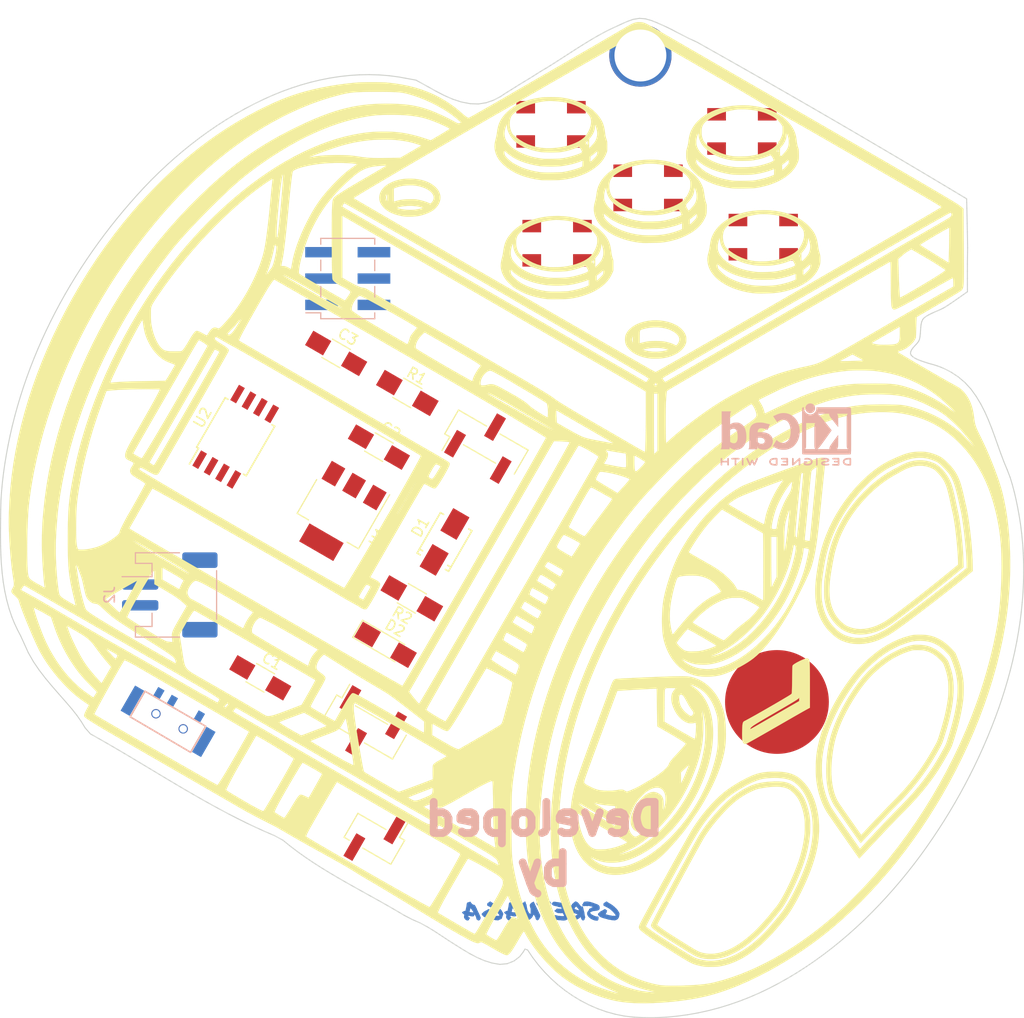
<source format=kicad_pcb>
(kicad_pcb (version 20171130) (host pcbnew 5.1.4-e60b266~84~ubuntu18.04.1)
  (layers (0 F.Cu signal) (31 B.Cu signal) (34 B.Paste user) (35 F.Paste user) (36 B.SilkS user) (37 F.SilkS user) (38 B.Mask user) (39 F.Mask user) (44 Edge.Cuts user))
  (net 0 "")
  (net 1 "Net-(C1-Pad1)")
  (net 2 GND)
  (net 3 +5V)
  (net 4 MISO-1-PWM)
  (net 5 VCC)
  (net 6 VBAT)
  (net 7 "Net-(D2-Pad2)")
  (net 8 RESET)
  (net 9 MOSI-0-PWM)
  (net 10 SCK-2-A1)
  (net 11 3-A3)
  (net 12 4-A2)
  (net 13 "Net-(S1-Pad3)")
  (net 14 "Net-(LED1-Pad2)")
  (net 15 "Net-(LED2-Pad2)")
  (net 16 "Net-(LED3-Pad2)")
  (net 17 "Net-(LED4-Pad2)")
  (net 18 "Net-(LED5-Pad2)")
  (module 001:KiCad-Logo2_6mm_SilkScreen (layer B.Cu) (at 156.5148 81.6864 180)
    (fp_text reference REF** hide)
    (fp_text value KiCad-Logo2_6mm_SilkScreen hide)
  )
  (module 001:FirmaCuMask (layer B.Cu) (at 132.8928 127.635 180)
    (fp_text reference svg2mod hide)
    (fp_text value G*** hide)
    (fp_poly (pts (xy 7.387873 -0.60938) (xy 6.539203 -0.101327) (xy 6.697799 -0.08958) (xy 6.859331 -0.063146) (xy 6.815275 0.118945) (xy 6.765349 0.309847) (xy 6.747726 0.280478) (xy 6.633185 0.142442) (xy 6.54214 -0.00147) (xy 6.506895 -0.054337) (xy 6.474591 -0.107205) (xy 6.506895 -0.104282) (xy 6.539205 -0.101359) (xy 6.539203 -0.101327) (xy 7.387873 -0.60938) (xy 7.335006 -0.712174) (xy 7.255707 -0.803219) (xy 7.155851 -0.867832) (xy 7.038372 -0.897201) (xy 6.985505 -0.876644) (xy 6.959071 -0.859021) (xy 6.941449 -0.85021) (xy 6.929703 -0.841399) (xy 6.894458 -0.826711) (xy 6.906204 -0.788531) (xy 6.903281 -0.753286) (xy 6.868036 -0.715106) (xy 6.850414 -0.697484) (xy 6.835726 -0.679861) (xy 6.7858 -0.624059) (xy 6.865097 -0.603501) (xy 6.962017 -0.550634) (xy 6.982575 -0.441966) (xy 6.882718 -0.439044) (xy 6.803421 -0.459601) (xy 6.694753 -0.486035) (xy 6.577274 -0.494846) (xy 6.533218 -0.494846) (xy 6.489162 -0.489) (xy 6.459793 -0.483155) (xy 6.448047 -0.44791) (xy 6.436301 -0.436163) (xy 6.403991 -0.397983) (xy 6.398145 -0.33337) (xy 6.380522 -0.280503) (xy 6.354089 -0.353927) (xy 6.342342 -0.383296) (xy 6.312974 -0.389142) (xy 6.304162 -0.403829) (xy 6.30124 -0.418516) (xy 6.286552 -0.468443) (xy 6.274806 -0.480189) (xy 6.26306 -0.489) (xy 6.248372 -0.541868) (xy 6.23075 -0.591794) (xy 6.204316 -0.668155) (xy 6.19847 -0.738641) (xy 6.186724 -0.770951) (xy 6.154414 -0.80032) (xy 6.119169 -0.817943) (xy 6.101547 -0.829689) (xy 6.086859 -0.835535) (xy 6.078048 -0.867838) (xy 6.042803 -0.873684) (xy 5.995812 -0.882495) (xy 5.966443 -0.885418) (xy 5.937074 -0.882495) (xy 5.887148 -0.84138) (xy 5.846033 -0.80907) (xy 5.816664 -0.756203) (xy 5.810818 -0.723899) (xy 5.804973 -0.69453) (xy 5.796161 -0.676908) (xy 5.757981 -0.641663) (xy 5.790291 -0.615229) (xy 5.793214 -0.565303) (xy 5.916566 -0.277481) (xy 6.054603 0.004467) (xy 6.09866 0.098449) (xy 6.145651 0.192432) (xy 6.142728 0.212989) (xy 6.148574 0.239423) (xy 6.201441 0.327532) (xy 6.242556 0.409767) (xy 6.289548 0.506687) (xy 6.354161 0.603606) (xy 6.401152 0.624164) (xy 6.421709 0.630009) (xy 6.448143 0.635855) (xy 6.492199 0.630009) (xy 6.63611 0.73574) (xy 6.762399 0.903147) (xy 6.791768 0.944262) (xy 6.829948 0.920769) (xy 6.871063 0.903147) (xy 6.926866 0.888459) (xy 7.026722 0.862026) (xy 7.103083 0.817969) (xy 7.123641 0.747483) (xy 7.132452 0.700491) (xy 7.147139 0.600635) (xy 7.158885 0.489031) (xy 7.182384 0.389174) (xy 7.202942 0.292255) (xy 7.23231 0.154217) (xy 7.27049 0.030865) (xy 7.299859 0.027942) (xy 7.329228 0.036754) (xy 7.367408 0.042599) (xy 7.399712 0.045522) (xy 7.411458 0.016153) (xy 7.440827 -0.013215) (xy 7.496629 -0.030838) (xy 7.528939 -0.057272) (xy 7.552432 -0.074894) (xy 7.596488 -0.092516) (xy 7.572995 -0.136573) (xy 7.487824 -0.239366) (xy 7.367408 -0.318664) (xy 7.370331 -0.353909) (xy 7.379142 -0.386213) (xy 7.39383 -0.489006) (xy 7.39383 -0.597674) (xy 7.387984 -0.60942) (xy 7.387873 -0.60938)) (layer B.Cu) (width 0))
    (fp_poly (pts (xy 5.68688 -0.327432) (xy 5.501851 -0.524208) (xy 5.249273 -0.63875) (xy 4.958514 -0.718047) (xy 4.667755 -0.809093) (xy 4.594331 -0.812016) (xy 4.535593 -0.820827) (xy 4.482726 -0.829638) (xy 4.423989 -0.835484) (xy 4.409301 -0.84133) (xy 4.40049 -0.853076) (xy 4.309444 -0.861887) (xy 4.244831 -0.861887) (xy 4.171407 -0.870699) (xy 4.106794 -0.87951) (xy 3.760233 -0.723851) (xy 3.622196 -0.318551) (xy 3.61635 -0.300928) (xy 3.604604 -0.292117) (xy 3.610449 -0.242191) (xy 3.613372 -0.189323) (xy 3.786653 0.110246) (xy 4.018672 0.356951) (xy 4.053917 0.392196) (xy 4.080351 0.427441) (xy 4.112655 0.45681) (xy 4.156711 0.477367) (xy 4.303559 0.606593) (xy 4.482713 0.718198) (xy 4.667742 0.826865) (xy 4.838085 0.950218) (xy 4.885076 0.941407) (xy 4.91738 0.941407) (xy 4.973183 0.879731) (xy 5.046606 0.841551) (xy 5.117093 0.797495) (xy 5.167019 0.727008) (xy 5.149397 0.71232) (xy 5.158208 0.685887) (xy 5.161131 0.659453) (xy 5.140574 0.647707) (xy 5.158196 0.630084) (xy 5.175819 0.615397) (xy 5.167007 0.591904) (xy 5.167007 0.562535) (xy 5.034844 0.489112) (xy 4.88506 0.41275) (xy 4.723527 0.327579) (xy 4.561994 0.224786) (xy 4.400462 0.092622) (xy 4.241866 -0.057163) (xy 4.097955 -0.221632) (xy 3.983414 -0.386102) (xy 3.99516 -0.409594) (xy 4.009848 -0.430152) (xy 4.183128 -0.430152) (xy 4.347597 -0.438963) (xy 4.359344 -0.421341) (xy 4.374025 -0.403718) (xy 4.685343 -0.350851) (xy 4.979039 -0.271553) (xy 4.934982 -0.256865) (xy 4.899738 -0.242184) (xy 4.899738 -0.218691) (xy 4.929106 -0.195193) (xy 4.861556 -0.136455) (xy 4.832188 -0.042472) (xy 4.84981 -0.007227) (xy 4.832188 0.025083) (xy 4.817506 0.025083) (xy 4.81166 0.016272) (xy 4.808738 0.004525) (xy 4.79405 0.007448) (xy 4.805796 0.051504) (xy 4.823419 0.092619) (xy 5.026069 0.227719) (xy 5.105367 0.174852) (xy 5.202286 0.119049) (xy 5.308017 0.063247) (xy 5.410811 0.01038) (xy 5.484234 -0.036612) (xy 5.545911 -0.098288) (xy 5.604648 -0.157025) (xy 5.678073 -0.206952) (xy 5.680995 -0.268628) (xy 5.686841 -0.327366) (xy 5.68688 -0.327432)) (layer B.Cu) (width 0))
    (fp_poly (pts (xy 3.33185 -0.60938) (xy 2.483169 -0.101327) (xy 2.641765 -0.08958) (xy 2.803298 -0.063146) (xy 2.759242 0.118945) (xy 2.709315 0.309847) (xy 2.691693 0.280478) (xy 2.577152 0.142442) (xy 2.486106 -0.00147) (xy 2.450861 -0.054337) (xy 2.418551 -0.107205) (xy 2.450861 -0.104282) (xy 2.483165 -0.101359) (xy 2.483169 -0.101327) (xy 3.33185 -0.60938) (xy 3.278983 -0.712174) (xy 3.199685 -0.803219) (xy 3.099828 -0.867832) (xy 2.98235 -0.897201) (xy 2.929483 -0.876644) (xy 2.903049 -0.859021) (xy 2.885426 -0.85021) (xy 2.87368 -0.841399) (xy 2.838435 -0.826711) (xy 2.850181 -0.788531) (xy 2.847259 -0.753286) (xy 2.812014 -0.715106) (xy 2.794391 -0.697484) (xy 2.779704 -0.679861) (xy 2.729777 -0.624059) (xy 2.809075 -0.603501) (xy 2.905995 -0.550634) (xy 2.926552 -0.441966) (xy 2.826696 -0.439044) (xy 2.747397 -0.459601) (xy 2.63873 -0.486035) (xy 2.521252 -0.494846) (xy 2.477196 -0.494846) (xy 2.433139 -0.489) (xy 2.403771 -0.483155) (xy 2.392024 -0.44791) (xy 2.380278 -0.436163) (xy 2.347968 -0.397983) (xy 2.342122 -0.33337) (xy 2.3245 -0.280503) (xy 2.298066 -0.353927) (xy 2.28632 -0.383296) (xy 2.256951 -0.389142) (xy 2.24814 -0.403829) (xy 2.245217 -0.418516) (xy 2.23053 -0.468443) (xy 2.218783 -0.480189) (xy 2.207037 -0.489) (xy 2.19235 -0.541868) (xy 2.174727 -0.591794) (xy 2.148293 -0.668155) (xy 2.142448 -0.738641) (xy 2.130701 -0.770951) (xy 2.098398 -0.80032) (xy 2.063153 -0.817943) (xy 2.04553 -0.829689) (xy 2.030843 -0.835535) (xy 2.022032 -0.867838) (xy 1.986787 -0.873684) (xy 1.939795 -0.882495) (xy 1.910427 -0.885418) (xy 1.881058 -0.882495) (xy 1.831132 -0.84138) (xy 1.790016 -0.80907) (xy 1.760648 -0.756203) (xy 1.754802 -0.723899) (xy 1.748956 -0.69453) (xy 1.740145 -0.676908) (xy 1.701965 -0.641663) (xy 1.734269 -0.615229) (xy 1.737192 -0.565303) (xy 1.860544 -0.277481) (xy 1.998581 0.004467) (xy 2.042637 0.098449) (xy 2.089628 0.192432) (xy 2.086706 0.212989) (xy 2.092551 0.239423) (xy 2.145419 0.327532) (xy 2.186534 0.409767) (xy 2.233525 0.506687) (xy 2.298138 0.603606) (xy 2.345129 0.624164) (xy 2.365687 0.630009) (xy 2.392121 0.635855) (xy 2.436177 0.630009) (xy 2.580088 0.73574) (xy 2.706377 0.903147) (xy 2.735746 0.944262) (xy 2.773926 0.920769) (xy 2.815041 0.903147) (xy 2.870844 0.888459) (xy 2.9707 0.862026) (xy 3.047061 0.817969) (xy 3.067619 0.747483) (xy 3.07643 0.700491) (xy 3.091117 0.600635) (xy 3.102864 0.489031) (xy 3.126356 0.389174) (xy 3.146914 0.292255) (xy 3.176282 0.154217) (xy 3.214462 0.030865) (xy 3.243831 0.027942) (xy 3.2732 0.036754) (xy 3.31138 0.042599) (xy 3.34369 0.045522) (xy 3.355436 0.016153) (xy 3.384805 -0.013215) (xy 3.440607 -0.030838) (xy 3.472911 -0.057272) (xy 3.49641 -0.074894) (xy 3.540466 -0.092516) (xy 3.516967 -0.136573) (xy 3.431796 -0.239366) (xy 3.311381 -0.318664) (xy 3.314303 -0.353909) (xy 3.323115 -0.386213) (xy 3.337796 -0.489006) (xy 3.337796 -0.597674) (xy 3.33195 -0.60942) (xy 3.33185 -0.60938)) (layer B.Cu) (width 0))
    (fp_poly (pts (xy 0.682714 -0.321558) (xy 0.644534 -0.353868) (xy 0.621042 -0.403794) (xy 0.600484 -0.453721) (xy 0.571115 -0.474278) (xy 0.553493 -0.515393) (xy 0.529994 -0.553573) (xy 0.512372 -0.594688) (xy 0.518217 -0.644615) (xy 0.488849 -0.694541) (xy 0.474161 -0.756217) (xy 0.450669 -0.806143) (xy 0.386056 -0.823766) (xy 0.383133 -0.838453) (xy 0.391944 -0.859011) (xy 0.342018 -0.861934) (xy 0.303838 -0.876615) (xy 0.209855 -0.814939) (xy 0.145242 -0.718019) (xy 0.095316 -0.606415) (xy 0.054201 -0.509496) (xy 0.057124 -0.447819) (xy 0.036566 -0.394952) (xy 0.072956 -0.317948) (xy 0.110174 -0.239661) (xy 0.148214 -0.160087) (xy 0.187082 -0.079229) (xy 0.226778 0.002914) (xy 0.267296 0.086342) (xy 0.308643 0.171055) (xy 0.350817 0.257053) (xy 0.393126 0.343555) (xy 0.434886 0.429783) (xy 0.476099 0.515735) (xy 0.516757 0.601411) (xy 0.556868 0.686812) (xy 0.596424 0.771938) (xy 0.635432 0.856789) (xy 0.673886 0.941364) (xy 0.806049 0.879688) (xy 0.926465 0.803327) (xy 1.020447 0.700533) (xy 1.070373 0.574245) (xy 1.055686 0.559557) (xy 1.04394 0.556634) (xy 1.055686 0.536077) (xy 1.055686 0.52433) (xy 1.055686 0.506708) (xy 1.064497 0.480274) (xy 1.046875 0.477351) (xy 1.029252 0.477351) (xy 1.035098 0.424484) (xy 1.023352 0.386304) (xy 1.008664 0.351059) (xy 1.011587 0.304068) (xy 0.9969 0.298222) (xy 0.991054 0.289411) (xy 0.982243 0.2806) (xy 0.970496 0.2806) (xy 0.976342 0.151373) (xy 0.970496 0.01921) (xy 0.973419 -0.118827) (xy 0.993977 -0.265675) (xy 1.161383 -0.107078) (xy 1.264177 0.110256) (xy 1.325853 0.368708) (xy 1.369909 0.650656) (xy 1.411024 0.715269) (xy 1.437458 0.794568) (xy 1.460951 0.879739) (xy 1.490319 0.959037) (xy 1.563744 0.929668) (xy 1.622481 0.882677) (xy 1.678284 0.835686) (xy 1.751707 0.809252) (xy 1.81632 0.712333) (xy 1.8545 0.612476) (xy 1.831008 0.559608) (xy 1.81632 0.500871) (xy 1.792828 0.445068) (xy 1.751713 0.403953) (xy 1.72822 0.262979) (xy 1.701787 0.139627) (xy 1.681229 0.010401) (xy 1.675383 -0.13351) (xy 1.625457 -0.277421) (xy 1.584342 -0.415458) (xy 1.510918 -0.506504) (xy 1.455115 -0.612234) (xy 1.440428 -0.61808) (xy 1.41987 -0.609269) (xy 1.41987 -0.626891) (xy 1.411059 -0.638637) (xy 1.405213 -0.650384) (xy 1.411059 -0.673882) (xy 1.337635 -0.723809) (xy 1.267148 -0.782546) (xy 1.179039 -0.817791) (xy 1.046876 -0.797233) (xy 0.832478 -0.594584) (xy 0.682693 -0.321446) (xy 0.682714 -0.321558)) (layer B.Cu) (width 0))
    (fp_poly (pts (xy -0.183688 -0.086602) (xy -0.218933 -0.130658) (xy -0.248302 -0.180584) (xy -0.280606 -0.242261) (xy -0.324662 -0.295128) (xy -0.354031 -0.365615) (xy -0.401022 -0.421417) (xy -0.539059 -0.676932) (xy -0.556681 -0.7298) (xy -0.583115 -0.776791) (xy -0.594861 -0.797349) (xy -0.603672 -0.812036) (xy -0.609518 -0.841405) (xy -0.641828 -0.88252) (xy -0.674132 -0.914824) (xy -0.694689 -0.938316) (xy -0.738746 -0.955939) (xy -1.000135 -0.726856) (xy -0.997212 -0.697487) (xy -0.988401 -0.668119) (xy -0.976655 -0.632874) (xy -0.950221 -0.550639) (xy -0.900295 -0.477215) (xy -0.873861 -0.412602) (xy -0.803374 -0.274565) (xy -0.738761 -0.162961) (xy -0.700581 -0.098348) (xy -0.771068 -0.013176) (xy -0.838618 0.127798) (xy -0.879733 0.248214) (xy -0.888545 0.312827) (xy -0.900291 0.368629) (xy -0.914978 0.433242) (xy -0.920824 0.500792) (xy -0.938447 0.541907) (xy -0.932601 0.571276) (xy -0.929678 0.624143) (xy -0.944365 0.69463) (xy -0.959053 0.759243) (xy -0.961976 0.82973) (xy -0.944353 0.894343) (xy -0.888551 0.950146) (xy -0.838624 0.953069) (xy -0.788698 0.9237) (xy -0.738772 0.897266) (xy -0.677096 0.867898) (xy -0.61542 0.829718) (xy -0.594862 0.788602) (xy -0.556682 0.756299) (xy -0.556682 0.723989) (xy -0.55376 0.691685) (xy -0.542013 0.644694) (xy -0.530267 0.609449) (xy -0.521456 0.530151) (xy -0.503833 0.462601) (xy -0.486211 0.395051) (xy -0.483288 0.31869) (xy -0.453919 0.339248) (xy -0.442173 0.348059) (xy -0.430427 0.35687) (xy -0.257146 0.591826) (xy -0.262992 0.621195) (xy -0.201316 0.679933) (xy -0.15726 0.723989) (xy -0.11908 0.768045) (xy -0.08677 0.791544) (xy 0.180493 0.973635) (xy 0.221608 0.979481) (xy 0.233354 0.941301) (xy 0.280346 0.882563) (xy 0.359644 0.832637) (xy 0.386077 0.815014) (xy 0.400765 0.770958) (xy 0.397842 0.744524) (xy 0.409588 0.715156) (xy 0.350851 0.612362) (xy 0.286238 0.553624) (xy 0.236311 0.509568) (xy 0.204008 0.462577) (xy 0.18345 0.439078) (xy 0.104152 0.345096) (xy 0.095341 0.309851) (xy 0.060096 0.309851) (xy 0.045408 0.298105) (xy 0.01604 0.248178) (xy -0.013329 0.209998) (xy -0.028017 0.195311) (xy -0.036828 0.171818) (xy -0.045639 0.148326) (xy -0.09263 0.089588) (xy -0.113188 0.048473) (xy -0.13668 0.001482) (xy -0.168984 -0.042574) (xy -0.183672 -0.086631) (xy -0.183688 -0.086602)) (layer B.Cu) (width 0))
    (fp_poly (pts (xy -1.053027 0.797423) (xy -1.053027 0.765113) (xy -1.05595 0.74749) (xy -1.05595 0.726933) (xy -1.050104 0.697564) (xy -1.194015 0.559527) (xy -1.367296 0.50666) (xy -1.561135 0.47435) (xy -1.754974 0.397989) (xy -1.825461 0.397989) (xy -1.91357 0.389178) (xy -1.957626 0.362744) (xy -2.010494 0.348057) (xy -2.001682 0.292255) (xy -1.992871 0.248198) (xy -1.766725 0.251121) (xy -1.520021 0.265809) (xy -1.522943 0.245251) (xy -1.525866 0.230564) (xy -1.484751 0.192384) (xy -1.443636 0.151269) (xy -1.402521 0.116024) (xy -1.349654 0.107212) (xy -1.334966 0.054345) (xy -1.340812 -0.001457) (xy -1.434794 -0.069007) (xy -1.534651 -0.127745) (xy -1.643319 -0.171801) (xy -1.769608 -0.183547) (xy -1.793101 -0.183547) (xy -1.810723 -0.174736) (xy -1.878274 -0.183547) (xy -1.942886 -0.192359) (xy -2.022184 -0.180612) (xy -2.101482 -0.168866) (xy -2.186654 -0.301029) (xy -2.254204 -0.450814) (xy -2.089734 -0.46256) (xy -1.963445 -0.453749) (xy -1.84303 -0.439068) (xy -1.687371 -0.433222) (xy -1.549334 -0.392107) (xy -1.39955 -0.356862) (xy -1.358434 -0.389166) (xy -1.326125 -0.430281) (xy -1.29088 -0.462591) (xy -1.246823 -0.474337) (xy -1.232136 -0.503706) (xy -1.223325 -0.533075) (xy -1.214514 -0.559508) (xy -1.18808 -0.565354) (xy -1.290874 -0.715139) (xy -1.4201 -0.7915) (xy -1.584569 -0.832615) (xy -1.781345 -0.86786) (xy -1.825401 -0.864938) (xy -1.866517 -0.859092) (xy -2.028049 -0.885525) (xy -2.218951 -0.894337) (xy -2.40398 -0.867903) (xy -2.547891 -0.791542) (xy -2.580201 -0.744551) (xy -2.618381 -0.700495) (xy -2.630127 -0.615324) (xy -2.647749 -0.518404) (xy -2.662431 -0.41561) (xy -2.656585 -0.324564) (xy -2.62134 -0.245267) (xy -2.600783 -0.168906) (xy -2.58316 -0.154224) (xy -2.559667 -0.142478) (xy -2.521487 -0.042621) (xy -2.480372 0.048424) (xy -2.436316 0.136533) (xy -2.39226 0.239326) (xy -2.453936 0.321561) (xy -2.48037 0.412607) (xy -2.495057 0.50659) (xy -2.515615 0.606446) (xy -2.445127 0.676933) (xy -2.351145 0.723924) (xy -2.242478 0.753293) (xy -2.119126 0.779727) (xy -1.910601 0.838464) (xy -1.72851 0.870768) (xy -1.540545 0.897202) (xy -1.320273 0.932447) (xy -1.270346 0.906013) (xy -1.243913 0.9207) (xy -1.229225 0.938323) (xy -1.155802 0.853151) (xy -1.053008 0.797349) (xy -1.053027 0.797423)) (layer B.Cu) (width 0))
    (fp_poly (pts (xy -3.846075 -0.550641) (xy -3.681602 0.092525) (xy -3.467204 0.148327) (xy -3.255743 0.236436) (xy -3.320356 0.383284) (xy -3.426087 0.456708) (xy -3.426089 0.456707) (xy -3.499513 0.371536) (xy -3.575874 0.292238) (xy -3.640487 0.204129) (xy -3.681602 0.092525) (xy -3.846075 -0.550641) (xy -3.904812 -0.729796) (xy -3.978237 -0.853147) (xy -4.031104 -0.861959) (xy -4.063414 -0.888392) (xy -4.101594 -0.888392) (xy -4.122152 -0.873705) (xy -4.14565 -0.859017) (xy -4.18383 -0.853172) (xy -4.198518 -0.809116) (xy -4.236698 -0.794428) (xy -4.233775 -0.756248) (xy -4.242586 -0.726879) (xy -4.248432 -0.700446) (xy -4.245509 -0.665201) (xy -4.269001 -0.644643) (xy -4.289559 -0.603528) (xy -4.271937 -0.503672) (xy -4.251379 -0.415563) (xy -4.227886 -0.333328) (xy -4.236698 -0.248156) (xy -4.219075 -0.245233) (xy -4.210264 -0.209988) (xy -4.207341 -0.165932) (xy -4.210264 -0.127752) (xy -4.163273 0.027906) (xy -4.128028 0.189439) (xy -4.092783 0.345098) (xy -4.045792 0.486072) (xy -3.975305 0.477261) (xy -3.925378 0.444957) (xy -3.790278 0.585931) (xy -3.669863 0.750401) (xy -3.534763 0.891374) (xy -3.343861 0.964798) (xy -3.214635 0.873752) (xy -3.094219 0.756274) (xy -3.056039 0.729841) (xy -3.014924 0.703407) (xy -3.014924 0.668162) (xy -2.959122 0.591801) (xy -2.918007 0.500755) (xy -2.882762 0.403836) (xy -2.841647 0.31279) (xy -2.847492 0.286356) (xy -2.844569 0.265799) (xy -2.835758 0.2423) (xy -2.835758 0.209996) (xy -2.92093 0.001473) (xy -3.100084 -0.130691) (xy -3.32623 -0.215862) (xy -3.543565 -0.292223) (xy -3.534754 -0.30397) (xy -3.525942 -0.318657) (xy -3.414338 -0.389144) (xy -3.337978 -0.4332) (xy -3.258679 -0.46551) (xy -3.138264 -0.494879) (xy -3.020786 -0.524248) (xy -2.941488 -0.54187) (xy -2.871001 -0.553616) (xy -2.76527 -0.562428) (xy -2.721214 -0.627041) (xy -2.69478 -0.700465) (xy -2.691857 -0.770952) (xy -2.712415 -0.823819) (xy -2.700669 -0.832631) (xy -2.67717 -0.832631) (xy -2.706539 -0.861999) (xy -2.730031 -0.897244) (xy -2.756465 -0.926613) (xy -2.79758 -0.944236) (xy -3.026663 -0.947158) (xy -3.376161 -0.835554) (xy -3.549441 -0.765067) (xy -3.663982 -0.703391) (xy -3.752091 -0.635841) (xy -3.846074 -0.550669) (xy -3.846075 -0.550641)) (layer B.Cu) (width 0))
    (fp_poly (pts (xy -5.672863 0.465547) (xy -5.608249 0.571277) (xy -5.508393 0.644701) (xy -5.393851 0.697568) (xy -5.282247 0.732813) (xy -5.032606 0.826796) (xy -4.759468 0.909031) (xy -4.471647 0.953087) (xy -4.163266 0.917842) (xy -4.136832 0.86204) (xy -4.101587 0.809172) (xy -4.066342 0.756305) (xy -4.04872 0.706378) (xy -4.001729 0.647641) (xy -3.995883 0.568343) (xy -4.05462 0.524287) (xy -4.113358 0.491983) (xy -4.33363 0.509605) (xy -4.533343 0.494918) (xy -4.597956 0.521352) (xy -4.674317 0.509605) (xy -4.753615 0.486113) (xy -4.827038 0.480267) (xy -4.900463 0.447963) (xy -4.991508 0.436217) (xy -4.985663 0.415659) (xy -4.98274 0.398037) (xy -4.938684 0.368668) (xy -4.879946 0.351046) (xy -4.824144 0.327553) (xy -4.79184 0.286438) (xy -4.715479 0.26588) (xy -4.662611 0.215954) (xy -4.633242 0.151341) (xy -4.621496 0.092604) (xy -4.600939 0.072046) (xy -4.574505 0.0603) (xy -4.530449 -0.018998) (xy -4.474646 -0.10417) (xy -4.465835 -0.236333) (xy -4.486392 -0.350875) (xy -4.609745 -0.544713) (xy -4.785962 -0.697435) (xy -4.994486 -0.809039) (xy -5.211821 -0.888338) (xy -5.23532 -0.888338) (xy -5.241165 -0.87365) (xy -5.294033 -0.900084) (xy -5.35277 -0.903007) (xy -5.42032 -0.900084) (xy -5.481997 -0.903007) (xy -5.520177 -0.861892) (xy -5.543669 -0.8149) (xy -5.558357 -0.800213) (xy -5.567168 -0.785526) (xy -5.55248 -0.753222) (xy -5.561292 -0.744411) (xy -5.573038 -0.738565) (xy -5.575961 -0.723883) (xy -5.56715 -0.671016) (xy -5.572995 -0.606403) (xy -5.570072 -0.544727) (xy -5.526016 -0.497735) (xy -5.338051 -0.49189) (xy -5.167708 -0.436087) (xy -5.017923 -0.359727) (xy -4.874012 -0.286303) (xy -4.850513 -0.242247) (xy -4.815268 -0.209937) (xy -4.782958 -0.177633) (xy -4.762401 -0.133577) (xy -4.774147 -0.110078) (xy -4.785894 -0.086585) (xy -4.818197 -0.077774) (xy -4.944487 -0.024907) (xy -5.064902 0.025019) (xy -5.126578 0.016208) (xy -5.197065 0.033831) (xy -5.390904 0.054388) (xy -5.567122 0.107256) (xy -5.581809 0.133689) (xy -5.614113 0.139535) (xy -5.649358 0.183591) (xy -5.681662 0.233518) (xy -5.67285 0.292255) (xy -5.690473 0.342181) (xy -5.67285 0.403858) (xy -5.67285 0.465534) (xy -5.672863 0.465547)) (layer B.Cu) (width 0))
    (fp_poly (pts (xy -5.514267 -0.327432) (xy -5.595768 -0.439771) (xy -5.699295 -0.524208) (xy -5.819711 -0.586619) (xy -5.951874 -0.638749) (xy -6.093582 -0.680601) (xy -6.242632 -0.718044) (xy -6.390214 -0.758429) (xy -6.533391 -0.809092) (xy -6.572302 -0.809823) (xy -6.60681 -0.812015) (xy -6.636179 -0.815668) (xy -6.665547 -0.820844) (xy -6.691981 -0.824498) (xy -6.718415 -0.829674) (xy -6.746316 -0.832597) (xy -6.777152 -0.835519) (xy -6.7867 -0.835519) (xy -6.791815 -0.841365) (xy -6.795469 -0.847211) (xy -6.800645 -0.853118) (xy -6.848373 -0.859724) (xy -6.870587 -0.861369) (xy -6.891699 -0.861919) (xy -6.907853 -0.861919) (xy -6.924008 -0.861919) (xy -6.940163 -0.861919) (xy -6.956318 -0.861919) (xy -6.974123 -0.86247) (xy -6.992294 -0.864114) (xy -7.010836 -0.866854) (xy -7.029743 -0.87069) (xy -7.047 -0.875622) (xy -7.063521 -0.878728) (xy -7.079304 -0.880007) (xy -7.094357 -0.879457) (xy -7.198619 -0.865324) (xy -7.291133 -0.83467) (xy -7.371899 -0.787496) (xy -7.440918 -0.7238) (xy -7.495801 -0.643401) (xy -7.537099 -0.549051) (xy -7.564817 -0.44075) (xy -7.578951 -0.318499) (xy -7.57822 -0.311893) (xy -7.578951 -0.306778) (xy -7.581143 -0.303124) (xy -7.584796 -0.300932) (xy -7.587719 -0.299288) (xy -7.590642 -0.297278) (xy -7.593565 -0.294903) (xy -7.596488 -0.292163) (xy -7.596123 -0.27803) (xy -7.595027 -0.264999) (xy -7.5932 -0.25307) (xy -7.590642 -0.242243) (xy -7.587171 -0.231227) (xy -7.585527 -0.218744) (xy -7.585715 -0.204794) (xy -7.587725 -0.189376) (xy -7.54826 -0.110078) (xy -7.506225 -0.033717) (xy -7.461621 0.039707) (xy -7.414447 0.110194) (xy -7.363602 0.178478) (xy -7.307982 0.242357) (xy -7.247588 0.301831) (xy -7.182424 0.356897) (xy -7.172511 0.365708) (xy -7.163334 0.374519) (xy -7.154888 0.383331) (xy -7.147179 0.392142) (xy -7.140018 0.400953) (xy -7.133223 0.409764) (xy -7.126798 0.418576) (xy -7.12077 0.427387) (xy -7.113244 0.435833) (xy -7.105352 0.443542) (xy -7.088466 0.456756) (xy -7.068639 0.469239) (xy -7.04441 0.477313) (xy -6.97686 0.544863) (xy -6.897562 0.606539) (xy -6.810188 0.663809) (xy -6.718408 0.718144) (xy -6.625159 0.77321) (xy -6.533379 0.826808) (xy -6.443802 0.885546) (xy -6.363036 0.950159) (xy -6.335135 0.940611) (xy -6.316045 0.941341) (xy -6.300626 0.944264) (xy -6.283741 0.941341) (xy -6.259511 0.903892) (xy -6.227938 0.879663) (xy -6.190489 0.86131) (xy -6.154513 0.841483) (xy -6.117801 0.821656) (xy -6.084023 0.797427) (xy -6.055385 0.76659) (xy -6.034097 0.726943) (xy -6.047317 0.723289) (xy -6.051701 0.712274) (xy -6.048048 0.69979) (xy -6.042872 0.68584) (xy -6.039218 0.673357) (xy -6.039949 0.659406) (xy -6.045064 0.650595) (xy -6.060482 0.647672) (xy -6.054636 0.635926) (xy -6.042878 0.63008) (xy -6.029664 0.626426) (xy -6.02528 0.615411) (xy -6.027472 0.602197) (xy -6.034079 0.591918) (xy -6.037002 0.580172) (xy -6.034079 0.562549) (xy -6.096488 0.525106) (xy -6.166242 0.489131) (xy -6.238931 0.452418) (xy -6.316026 0.412771) (xy -6.39459 0.372386) (xy -6.477559 0.327599) (xy -6.55906 0.279871) (xy -6.639092 0.224806) (xy -6.719124 0.162396) (xy -6.800624 0.092643) (xy -6.881391 0.019953) (xy -6.920673 -0.018045) (xy -6.959219 -0.057144) (xy -6.996851 -0.097157) (xy -7.03338 -0.137907) (xy -7.068808 -0.179393) (xy -7.103134 -0.221611) (xy -7.135626 -0.262726) (xy -7.165549 -0.303841) (xy -7.192896 -0.344956) (xy -7.217674 -0.386071) (xy -7.214751 -0.393049) (xy -7.211828 -0.399291) (xy -7.208905 -0.404771) (xy -7.205982 -0.409521) (xy -7.20178 -0.412992) (xy -7.197944 -0.417559) (xy -7.194473 -0.423222) (xy -7.191368 -0.430023) (xy -7.145296 -0.432216) (xy -7.101057 -0.432946) (xy -7.058657 -0.432216) (xy -7.01809 -0.430023) (xy -6.976975 -0.427283) (xy -6.93586 -0.427834) (xy -6.894745 -0.43167) (xy -6.85363 -0.438831) (xy -6.849611 -0.435543) (xy -6.846323 -0.431524) (xy -6.843765 -0.426774) (xy -6.841938 -0.421233) (xy -6.839929 -0.415753) (xy -6.836823 -0.411003) (xy -6.832622 -0.406984) (xy -6.827263 -0.403696) (xy -6.66573 -0.381665) (xy -6.515945 -0.350822) (xy -6.370566 -0.311905) (xy -6.22225 -0.271521) (xy -6.245011 -0.26344) (xy -6.266306 -0.256834) (xy -6.283928 -0.248759) (xy -6.301551 -0.242152) (xy -6.308894 -0.228938) (xy -6.301551 -0.218666) (xy -6.285396 -0.206919) (xy -6.272182 -0.195167) (xy -6.309625 -0.168739) (xy -6.339731 -0.13643) (xy -6.358821 -0.095308) (xy -6.3691 -0.042441) (xy -6.355886 -0.026286) (xy -6.351501 -0.007196) (xy -6.355886 0.011163) (xy -6.3691 0.025114) (xy -6.378648 0.026575) (xy -6.383763 0.025114) (xy -6.386685 0.02146) (xy -6.389608 0.016284) (xy -6.390339 0.010439) (xy -6.392531 0.004532) (xy -6.397646 0.003801) (xy -6.4072 0.007455) (xy -6.402816 0.031684) (xy -6.395466 0.051511) (xy -6.385187 0.070601) (xy -6.377844 0.092626) (xy -6.276519 0.160176) (xy -6.175194 0.227726) (xy -6.139212 0.202766) (xy -6.095893 0.174859) (xy -6.048165 0.147694) (xy -5.998969 0.119056) (xy -5.946102 0.091892) (xy -5.89324 0.063254) (xy -5.839642 0.03682) (xy -5.790447 0.010386) (xy -5.751536 -0.010171) (xy -5.717028 -0.036605) (xy -5.685455 -0.066711) (xy -5.655349 -0.098284) (xy -5.62598 -0.127652) (xy -5.596612 -0.157021) (xy -5.562103 -0.184186) (xy -5.523193 -0.206947) (xy -5.525385 -0.241456) (xy -5.52027 -0.26862) (xy -5.514424 -0.295048) (xy -5.514445 -0.327358) (xy -5.514426 -0.327391) (xy -5.514267 -0.327432)) (layer B.Cu) (width 0))
  )
  (module 001:MountingHole_3.5mm_Pad (layer F.Cu) (at 142.494 45.1866)
    (fp_text reference MountinHoleBagde)
    (fp_text value MountingHole_5mm_Badge)
    (pad 1 thru_hole circle (at 0 0) (size 6 6) (drill 5) (layers *.Cu *.Mask))
  )
  (module 001:C_1206_HandSoldering (layer F.Cu) (at 113.1824 73.8886 330)
    (fp_text reference C3 (at 0.1778 -1.9558 150) (layer F.SilkS))
    (fp_text value 22nF)
    (pad 1 smd rect (at -2 0 330) (size 2 1.6) (layers F.Cu F.Paste F.Mask) (net 3 +5V))
    (pad 2 smd rect (at 2 0 330) (size 2 1.6) (layers F.Cu F.Paste F.Mask) (net 2 GND))
  )
  (module 001:escorni-Touch_02_100mm (layer F.Cu) (at 155.6512 107.4674)
    (fp_text reference CAP1 hide)
    (fp_text value Escorni_Touch hide)
    (pad 1 smd circle (at 0 0) (size 10 10) (layers F.Cu) (net 4 MISO-1-PWM))
  )
  (module 001:DIODE-SMA (layer F.Cu) (at 123.6218 92.0496 60)
    (fp_text reference D1)
    (fp_text value MBRA140 hide)
    (fp_text user %R (at 0.0762 -2.7178 60) (layer F.SilkS))
    (pad 1 smd rect (at -1.99898 0 60) (size 2.49936 1.80086) (layers F.Cu F.Paste F.Mask) (net 5 VCC))
    (pad 2 smd rect (at 1.99898 0 60) (size 2.49936 1.80086) (layers F.Cu F.Paste F.Mask) (net 6 VBAT))
  )
  (module 001:LED_1206_HandSoldering (layer F.Cu) (at 117.937051 101.965 330)
    (fp_text reference D2 (at 0 -1.85 150) (layer F.SilkS))
    (fp_text value ON)
    (pad 2 smd rect (at 2 0 330) (size 2 1.7) (layers F.Cu F.Paste F.Mask) (net 7 "Net-(D2-Pad2)"))
    (pad 1 smd rect (at -2 0 330) (size 2 1.7) (layers F.Cu F.Paste F.Mask) (net 2 GND))
  )
  (module 001:Pin_Header_Straight_1x02_Pitch2.54mm_SMD_Pin1Left (layer F.Cu) (at 116.8654 120.65 240)
    (fp_text reference J1 hide)
    (fp_text value CONN_01X02)
    (pad 2 smd rect (at 1.655 1.27 240) (size 2.51 1) (layers F.Cu F.Paste F.Mask) (net 5 VCC))
    (pad 1 smd rect (at -1.655 -1.27 240) (size 2.51 1) (layers F.Cu F.Paste F.Mask) (net 2 GND))
  )
  (module Connector_JST:JST_PH_S2B-PH-SM4-TB_1x02-1MP_P2.00mm_Horizontal (layer B.Cu) (at 97.155 97.155 270)
    (fp_text reference J2 (at 0 5.8 90) (layer B.SilkS) (effects (justify mirror)))
    (fp_text value CONN_01X02)
    (pad 1 smd roundrect (at -1 2.85 270) (size 1 3.5) (layers B.Cu B.Paste B.Mask) (net 6 VBAT))
    (pad 2 smd roundrect (at 1 2.85 270) (size 1 3.5) (layers B.Cu B.Paste B.Mask) (net 2 GND))
    (pad MP smd roundrect (at -3.35 -2.9 270) (size 1.5 3.4) (layers B.Cu B.Paste B.Mask) (roundrect_rratio 0.166667))
    (pad MP smd roundrect (at 3.35 -2.9 270) (size 1.5 3.4) (layers B.Cu B.Paste B.Mask) (roundrect_rratio 0.166667))
  )
  (module 001:Pin_Header_Straight_2x03_Pitch2.54mm_SMD (layer B.Cu) (at 114.3 66.675)
    (fp_text reference J3 hide)
    (fp_text value CONN_02X03)
    (pad 6 smd rect (at 2.525 -2.54) (size 3.15 1) (layers B.Cu B.Paste B.Mask) (net 2 GND))
    (pad 5 smd rect (at -2.525 -2.54) (size 3.15 1) (layers B.Cu B.Paste B.Mask) (net 8 RESET))
    (pad 4 smd rect (at 2.525 0) (size 3.15 1) (layers B.Cu B.Paste B.Mask) (net 9 MOSI-0-PWM))
    (pad 3 smd rect (at -2.525 0) (size 3.15 1) (layers B.Cu B.Paste B.Mask) (net 10 SCK-2-A1))
    (pad 2 smd rect (at 2.525 2.54) (size 3.15 1) (layers B.Cu B.Paste B.Mask) (net 3 +5V))
    (pad 1 smd rect (at -2.525 2.54) (size 3.15 1) (layers B.Cu B.Paste B.Mask) (net 4 MISO-1-PWM))
  )
  (module 001:Pin_Header_Straight_1x03_Pitch2.54mm_SMD_Pin1Left (layer F.Cu) (at 127.6604 82.423 60)
    (fp_text reference J4 hide)
    (fp_text value CONN_01X03)
    (pad 2 smd rect (at 1.655 0 60) (size 2.51 1) (layers F.Cu F.Paste F.Mask) (net 2 GND))
    (pad 3 smd rect (at -1.655 2.54 60) (size 2.51 1) (layers F.Cu F.Paste F.Mask) (net 11 3-A3))
    (pad 1 smd rect (at -1.655 -2.54 60) (size 2.51 1) (layers F.Cu F.Paste F.Mask) (net 3 +5V))
  )
  (module 001:Pin_Header_Straight_1x03_Pitch2.54mm_SMD_Pin1Right (layer F.Cu) (at 115.9256 109.8804 60)
    (fp_text reference J5 hide)
    (fp_text value CONN_01X03)
    (pad 3 smd rect (at 1.655 2.54 60) (size 2.51 1) (layers F.Cu F.Paste F.Mask) (net 10 SCK-2-A1))
    (pad 1 smd rect (at 1.655 -2.54 60) (size 2.51 1) (layers F.Cu F.Paste F.Mask) (net 3 +5V))
    (pad 2 smd rect (at -1.655 0 60) (size 2.51 1) (layers F.Cu F.Paste F.Mask) (net 2 GND))
  )
  (module 001:R_1206_HandSoldering (layer F.Cu) (at 120.0404 77.6986 150)
    (fp_text reference R1 (at 0.0254 1.8796 150) (layer F.SilkS))
    (fp_text value 1Mohm)
    (pad 2 smd rect (at 2 0 150) (size 2 1.7) (layers F.Cu F.Paste F.Mask) (net 9 MOSI-0-PWM))
    (pad 1 smd rect (at -2 0 150) (size 2 1.7) (layers F.Cu F.Paste F.Mask) (net 4 MISO-1-PWM))
  )
  (module 001:R_1206_HandSoldering (layer F.Cu) (at 120.4722 97.4852 330)
    (fp_text reference R2 (at 0.0254 1.8796 150) (layer F.SilkS))
    (fp_text value 1k)
    (pad 1 smd rect (at -2 0 330) (size 2 1.7) (layers F.Cu F.Paste F.Mask) (net 3 +5V))
    (pad 2 smd rect (at 2 0 330) (size 2 1.7) (layers F.Cu F.Paste F.Mask) (net 7 "Net-(D2-Pad2)"))
  )
  (module 001:MSK12C02 (layer B.Cu) (at 99.695 112.395 60)
    (fp_text reference S1 hide)
    (fp_text value MSK12C02_SWITCH-SLIDE-SPDT hide)
    (pad "" np_thru_hole circle (at 1.35 -5.25 60) (size 0.9 0.9) (drill 0.7) (layers *.Cu *.Mask))
    (pad "" np_thru_hole circle (at 1.4 -2.25 60) (size 0.9 0.9) (drill 0.7) (layers *.Cu *.Mask))
    (pad NC smd rect (at 1.3 -7.85 60) (size 2.8 1) (layers B.Cu B.Paste B.Mask))
    (pad 2 smd rect (at 3.2 -4.5 330) (size 0.7 1) (layers B.Cu B.Paste B.Mask) (net 5 VCC))
    (pad 3 smd rect (at 3.2 -6 330) (size 0.7 1) (layers B.Cu B.Paste B.Mask) (net 13 "Net-(S1-Pad3)"))
    (pad 1 smd rect (at 3.2 -1.5 330) (size 0.7 1) (layers B.Cu B.Paste B.Mask) (net 1 "Net-(C1-Pad1)"))
    (pad NC smd rect (at 1.3 0.1 60) (size 2.8 1) (layers B.Cu B.Paste B.Mask))
  )
  (module 001:escorni-badge-new_02_100mm (layer F.Cu) (at 130.21171 89.400572)
    (fp_text reference SilKs1 hide)
    (fp_text value Escorni_Art hide)
    (fp_line (start 11.08512 -47.521788) (end 11.00675 -47.48912) (layer Edge.Cuts) (width 0.1))
    (fp_line (start 11.00675 -47.48912) (end 10.639532 -47.325406) (layer Edge.Cuts) (width 0.1))
    (fp_line (start 10.639532 -47.325406) (end 10.377251 -47.20645) (layer Edge.Cuts) (width 0.1))
    (fp_line (start 10.377251 -47.20645) (end 10.102082 -47.080456) (layer Edge.Cuts) (width 0.1))
    (fp_line (start 10.102082 -47.080456) (end 9.833898 -46.956609) (layer Edge.Cuts) (width 0.1))
    (fp_line (start 9.833898 -46.956609) (end 9.592529 -46.844093) (layer Edge.Cuts) (width 0.1))
    (fp_line (start 9.592529 -46.844093) (end 9.397916 -46.752094) (layer Edge.Cuts) (width 0.1))
    (fp_line (start 9.397916 -46.752094) (end 9.270094 -46.689892) (layer Edge.Cuts) (width 0.1))
    (fp_line (start 9.270094 -46.689892) (end 9.156248 -46.633239) (layer Edge.Cuts) (width 0.1))
    (fp_line (start 9.156248 -46.633239) (end 9.042724 -46.575796) (layer Edge.Cuts) (width 0.1))
    (fp_line (start 9.042724 -46.575796) (end 8.929541 -46.51763) (layer Edge.Cuts) (width 0.1))
    (fp_line (start 8.929541 -46.51763) (end 8.81666 -46.458749) (layer Edge.Cuts) (width 0.1))
    (fp_line (start 8.81666 -46.458749) (end 8.704081 -46.399198) (layer Edge.Cuts) (width 0.1))
    (fp_line (start 8.704081 -46.399198) (end 8.591804 -46.338985) (layer Edge.Cuts) (width 0.1))
    (fp_line (start 8.591804 -46.338985) (end 8.479828 -46.278156) (layer Edge.Cuts) (width 0.1))
    (fp_line (start 8.479828 -46.278156) (end 8.256526 -46.155195) (layer Edge.Cuts) (width 0.1))
    (fp_line (start 8.256526 -46.155195) (end 7.813805 -45.901913) (layer Edge.Cuts) (width 0.1))
    (fp_line (start 7.813805 -45.901913) (end 7.374656 -45.641259) (layer Edge.Cuts) (width 0.1))
    (fp_line (start 7.374656 -45.641259) (end 6.938158 -45.374547) (layer Edge.Cuts) (width 0.1))
    (fp_line (start 6.938158 -45.374547) (end 6.505304 -45.104284) (layer Edge.Cuts) (width 0.1))
    (fp_line (start 6.505304 -45.104284) (end 6.075713 -44.832222) (layer Edge.Cuts) (width 0.1))
    (fp_line (start 6.075713 -44.832222) (end 5.677179 -44.577339) (layer Edge.Cuts) (width 0.1))
    (fp_line (start 5.677179 -44.577339) (end 5.335454 -44.356229) (layer Edge.Cuts) (width 0.1))
    (fp_line (start 5.335454 -44.356229) (end 4.993712 -44.134637) (layer Edge.Cuts) (width 0.1))
    (fp_line (start 4.993712 -44.134637) (end 4.651667 -43.91314) (layer Edge.Cuts) (width 0.1))
    (fp_line (start 4.651667 -43.91314) (end 4.309155 -43.692377) (layer Edge.Cuts) (width 0.1))
    (fp_line (start 4.309155 -43.692377) (end 3.965981 -43.472996) (layer Edge.Cuts) (width 0.1))
    (fp_line (start 3.965981 -43.472996) (end 3.679016 -43.291288) (layer Edge.Cuts) (width 0.1))
    (fp_line (start 3.679016 -43.291288) (end 3.512589 -43.187128) (layer Edge.Cuts) (width 0.1))
    (fp_line (start 3.512589 -43.187128) (end 3.35017 -43.087243) (layer Edge.Cuts) (width 0.1))
    (fp_line (start 3.35017 -43.087243) (end 3.188441 -42.989168) (layer Edge.Cuts) (width 0.1))
    (fp_line (start 3.188441 -42.989168) (end 3.024084 -42.890444) (layer Edge.Cuts) (width 0.1))
    (fp_line (start 3.024084 -42.890444) (end 2.85375 -42.788609) (layer Edge.Cuts) (width 0.1))
    (fp_line (start 2.85375 -42.788609) (end 2.613526 -42.645) (layer Edge.Cuts) (width 0.1))
    (fp_line (start 2.613526 -42.645) (end 2.177928 -42.370369) (layer Edge.Cuts) (width 0.1))
    (fp_line (start 2.177928 -42.370369) (end 1.652771 -42.039142) (layer Edge.Cuts) (width 0.1))
    (fp_line (start 1.652771 -42.039142) (end 1.117606 -41.715717) (layer Edge.Cuts) (width 0.1))
    (fp_line (start 1.117606 -41.715717) (end 0.596996 -41.401914) (layer Edge.Cuts) (width 0.1))
    (fp_line (start 0.596996 -41.401914) (end 0.16602 -41.127596) (layer Edge.Cuts) (width 0.1))
    (fp_line (start 0.16602 -41.127596) (end -0.171081 -40.916644) (layer Edge.Cuts) (width 0.1))
    (fp_line (start -0.171081 -40.916644) (end -0.504774 -40.713493) (layer Edge.Cuts) (width 0.1))
    (fp_line (start -0.504774 -40.713493) (end -0.810261 -40.519885) (layer Edge.Cuts) (width 0.1))
    (fp_line (start -0.810261 -40.519885) (end -1.193505 -40.257885) (layer Edge.Cuts) (width 0.1))
    (fp_line (start -1.193505 -40.257885) (end -1.8642 -39.909749) (layer Edge.Cuts) (width 0.1))
    (fp_line (start -1.8642 -39.909749) (end -2.573539 -39.665471) (layer Edge.Cuts) (width 0.1))
    (fp_line (start -2.573539 -39.665471) (end -3.314806 -39.545829) (layer Edge.Cuts) (width 0.1))
    (fp_line (start -3.314806 -39.545829) (end -4.1191 -39.572799) (layer Edge.Cuts) (width 0.1))
    (fp_line (start -4.1191 -39.572799) (end -4.982168 -39.739452) (layer Edge.Cuts) (width 0.1))
    (fp_line (start -4.982168 -39.739452) (end -5.815567 -40.013845) (layer Edge.Cuts) (width 0.1))
    (fp_line (start -5.815567 -40.013845) (end -6.621751 -40.367107) (layer Edge.Cuts) (width 0.1))
    (fp_line (start -6.621751 -40.367107) (end -7.408116 -40.773265) (layer Edge.Cuts) (width 0.1))
    (fp_line (start -7.408116 -40.773265) (end -8.178816 -41.205467) (layer Edge.Cuts) (width 0.1))
    (fp_line (start -8.178816 -41.205467) (end -9.34931 -41.846029) (layer Edge.Cuts) (width 0.1))
    (fp_line (start -9.34931 -41.846029) (end -10.325928 -42.021958) (layer Edge.Cuts) (width 0.1))
    (fp_line (start -10.325928 -42.021958) (end -10.979716 -42.144495) (layer Edge.Cuts) (width 0.1))
    (fp_line (start -10.979716 -42.144495) (end -11.927154 -42.268681) (layer Edge.Cuts) (width 0.1))
    (fp_line (start -11.927154 -42.268681) (end -12.878529 -42.3442) (layer Edge.Cuts) (width 0.1))
    (fp_line (start -12.878529 -42.3442) (end -13.833436 -42.372448) (layer Edge.Cuts) (width 0.1))
    (fp_line (start -13.833436 -42.372448) (end -14.788229 -42.354808) (layer Edge.Cuts) (width 0.1))
    (fp_line (start -14.788229 -42.354808) (end -15.74143 -42.292813) (layer Edge.Cuts) (width 0.1))
    (fp_line (start -15.74143 -42.292813) (end -16.691028 -42.188124) (layer Edge.Cuts) (width 0.1))
    (fp_line (start -16.691028 -42.188124) (end -17.635083 -42.042506) (layer Edge.Cuts) (width 0.1))
    (fp_line (start -17.635083 -42.042506) (end -18.572562 -41.857523) (layer Edge.Cuts) (width 0.1))
    (fp_line (start -18.572562 -41.857523) (end -19.501559 -41.634931) (layer Edge.Cuts) (width 0.1))
    (fp_line (start -19.501559 -41.634931) (end -20.421473 -41.376128) (layer Edge.Cuts) (width 0.1))
    (fp_line (start -20.421473 -41.376128) (end -21.330842 -41.082679) (layer Edge.Cuts) (width 0.1))
    (fp_line (start -21.330842 -41.082679) (end -22.22883 -40.7559) (layer Edge.Cuts) (width 0.1))
    (fp_line (start -22.22883 -40.7559) (end -23.114617 -40.396967) (layer Edge.Cuts) (width 0.1))
    (fp_line (start -23.114617 -40.396967) (end -24.00987 -39.996888) (layer Edge.Cuts) (width 0.1))
    (fp_line (start -24.00987 -39.996888) (end -24.939307 -39.545248) (layer Edge.Cuts) (width 0.1))
    (fp_line (start -24.939307 -39.545248) (end -25.853925 -39.064991) (layer Edge.Cuts) (width 0.1))
    (fp_line (start -25.853925 -39.064991) (end -26.753743 -38.556988) (layer Edge.Cuts) (width 0.1))
    (fp_line (start -26.753743 -38.556988) (end -27.638028 -38.022553) (layer Edge.Cuts) (width 0.1))
    (fp_line (start -27.638028 -38.022553) (end -28.506542 -37.462748) (layer Edge.Cuts) (width 0.1))
    (fp_line (start -28.506542 -37.462748) (end -29.358994 -36.87868) (layer Edge.Cuts) (width 0.1))
    (fp_line (start -29.358994 -36.87868) (end -30.195051 -36.271506) (layer Edge.Cuts) (width 0.1))
    (fp_line (start -30.195051 -36.271506) (end -31.014703 -35.642138) (layer Edge.Cuts) (width 0.1))
    (fp_line (start -31.014703 -35.642138) (end -31.817661 -34.9917) (layer Edge.Cuts) (width 0.1))
    (fp_line (start -31.817661 -34.9917) (end -32.603949 -34.321049) (layer Edge.Cuts) (width 0.1))
    (fp_line (start -32.603949 -34.321049) (end -33.373396 -33.631184) (layer Edge.Cuts) (width 0.1))
    (fp_line (start -33.373396 -33.631184) (end -34.125959 -32.922978) (layer Edge.Cuts) (width 0.1))
    (fp_line (start -34.125959 -32.922978) (end -34.861648 -32.197208) (layer Edge.Cuts) (width 0.1))
    (fp_line (start -34.861648 -32.197208) (end -35.565825 -31.465848) (layer Edge.Cuts) (width 0.1))
    (fp_line (start -35.565825 -31.465848) (end -36.229209 -30.74289) (layer Edge.Cuts) (width 0.1))
    (fp_line (start -36.229209 -30.74289) (end -36.88012 -30.008408) (layer Edge.Cuts) (width 0.1))
    (fp_line (start -36.88012 -30.008408) (end -37.518042 -29.262894) (layer Edge.Cuts) (width 0.1))
    (fp_line (start -37.518042 -29.262894) (end -38.142961 -28.506255) (layer Edge.Cuts) (width 0.1))
    (fp_line (start -38.142961 -28.506255) (end -38.754445 -27.738889) (layer Edge.Cuts) (width 0.1))
    (fp_line (start -38.754445 -27.738889) (end -39.352377 -26.960789) (layer Edge.Cuts) (width 0.1))
    (fp_line (start -39.352377 -26.960789) (end -39.936387 -26.172268) (layer Edge.Cuts) (width 0.1))
    (fp_line (start -39.936387 -26.172268) (end -40.506262 -25.373431) (layer Edge.Cuts) (width 0.1))
    (fp_line (start -40.506262 -25.373431) (end -41.061665 -24.564531) (layer Edge.Cuts) (width 0.1))
    (fp_line (start -41.061665 -24.564531) (end -41.602336 -23.745719) (layer Edge.Cuts) (width 0.1))
    (fp_line (start -41.602336 -23.745719) (end -42.127975 -22.917189) (layer Edge.Cuts) (width 0.1))
    (fp_line (start -42.127975 -22.917189) (end -42.638284 -22.079136) (layer Edge.Cuts) (width 0.1))
    (fp_line (start -42.638284 -22.079136) (end -43.132998 -21.231678) (layer Edge.Cuts) (width 0.1))
    (fp_line (start -43.132998 -21.231678) (end -43.611724 -20.375162) (layer Edge.Cuts) (width 0.1))
    (fp_line (start -43.611724 -20.375162) (end -44.074185 -19.509712) (layer Edge.Cuts) (width 0.1))
    (fp_line (start -44.074185 -19.509712) (end -44.520019 -18.635632) (layer Edge.Cuts) (width 0.1))
    (fp_line (start -44.520019 -18.635632) (end -44.948951 -17.753035) (layer Edge.Cuts) (width 0.1))
    (fp_line (start -44.948951 -17.753035) (end -45.360562 -16.862341) (layer Edge.Cuts) (width 0.1))
    (fp_line (start -45.360562 -16.862341) (end -45.75455 -15.963725) (layer Edge.Cuts) (width 0.1))
    (fp_line (start -45.75455 -15.963725) (end -46.130565 -15.057496) (layer Edge.Cuts) (width 0.1))
    (fp_line (start -46.130565 -15.057496) (end -46.488293 -14.143852) (layer Edge.Cuts) (width 0.1))
    (fp_line (start -46.488293 -14.143852) (end -46.827375 -13.223141) (layer Edge.Cuts) (width 0.1))
    (fp_line (start -46.827375 -13.223141) (end -47.147467 -12.295663) (layer Edge.Cuts) (width 0.1))
    (fp_line (start -47.147467 -12.295663) (end -47.448248 -11.361687) (layer Edge.Cuts) (width 0.1))
    (fp_line (start -47.448248 -11.361687) (end -47.729369 -10.421611) (layer Edge.Cuts) (width 0.1))
    (fp_line (start -47.729369 -10.421611) (end -47.990514 -9.475724) (layer Edge.Cuts) (width 0.1))
    (fp_line (start -47.990514 -9.475724) (end -48.231298 -8.524652) (layer Edge.Cuts) (width 0.1))
    (fp_line (start -48.231298 -8.524652) (end -48.443539 -7.595121) (layer Edge.Cuts) (width 0.1))
    (fp_line (start -48.443539 -7.595121) (end -48.624563 -6.715978) (layer Edge.Cuts) (width 0.1))
    (fp_line (start -48.624563 -6.715978) (end -48.789941 -5.833455) (layer Edge.Cuts) (width 0.1))
    (fp_line (start -48.789941 -5.833455) (end -48.937847 -4.948018) (layer Edge.Cuts) (width 0.1))
    (fp_line (start -48.937847 -4.948018) (end -49.066519 -4.05959) (layer Edge.Cuts) (width 0.1))
    (fp_line (start -49.066519 -4.05959) (end -49.174136 -3.168384) (layer Edge.Cuts) (width 0.1))
    (fp_line (start -49.174136 -3.168384) (end -49.258852 -2.274878) (layer Edge.Cuts) (width 0.1))
    (fp_line (start -49.258852 -2.274878) (end -49.318831 -1.379325) (layer Edge.Cuts) (width 0.1))
    (fp_line (start -49.318831 -1.379325) (end -49.344823 -0.48987) (layer Edge.Cuts) (width 0.1))
    (fp_line (start -49.344823 -0.48987) (end -49.354373 0.387949) (layer Edge.Cuts) (width 0.1))
    (fp_line (start -49.354373 0.387949) (end -49.362593 1.267341) (layer Edge.Cuts) (width 0.1))
    (fp_line (start -49.362593 1.267341) (end -49.364309 2.145583) (layer Edge.Cuts) (width 0.1))
    (fp_line (start -49.364309 2.145583) (end -49.354683 3.024345) (layer Edge.Cuts) (width 0.1))
    (fp_line (start -49.354683 3.024345) (end -49.328334 3.902484) (layer Edge.Cuts) (width 0.1))
    (fp_line (start -49.328334 3.902484) (end -49.280314 4.77935) (layer Edge.Cuts) (width 0.1))
    (fp_line (start -49.280314 4.77935) (end -49.205349 5.654555) (layer Edge.Cuts) (width 0.1))
    (fp_line (start -49.205349 5.654555) (end -49.098324 6.525553) (layer Edge.Cuts) (width 0.1))
    (fp_line (start -49.098324 6.525553) (end -48.953933 7.3916) (layer Edge.Cuts) (width 0.1))
    (fp_line (start -48.953933 7.3916) (end -48.767487 8.248723) (layer Edge.Cuts) (width 0.1))
    (fp_line (start -48.767487 8.248723) (end -48.534635 9.094175) (layer Edge.Cuts) (width 0.1))
    (fp_line (start -48.534635 9.094175) (end -48.275503 9.864721) (layer Edge.Cuts) (width 0.1))
    (fp_line (start -48.275503 9.864721) (end -48.022425 10.488967) (layer Edge.Cuts) (width 0.1))
    (fp_line (start -48.022425 10.488967) (end -47.735428 11.098771) (layer Edge.Cuts) (width 0.1))
    (fp_line (start -47.735428 11.098771) (end -47.424838 11.697183) (layer Edge.Cuts) (width 0.1))
    (fp_line (start -47.424838 11.697183) (end -47.099382 12.410153) (layer Edge.Cuts) (width 0.1))
    (fp_line (start -47.099382 12.410153) (end -46.687246 13.322122) (layer Edge.Cuts) (width 0.1))
    (fp_line (start -46.687246 13.322122) (end -46.191956 14.186742) (layer Edge.Cuts) (width 0.1))
    (fp_line (start -46.191956 14.186742) (end -45.629076 15.013423) (layer Edge.Cuts) (width 0.1))
    (fp_line (start -45.629076 15.013423) (end -45.017578 15.807325) (layer Edge.Cuts) (width 0.1))
    (fp_line (start -45.017578 15.807325) (end -44.375651 16.575804) (layer Edge.Cuts) (width 0.1))
    (fp_line (start -44.375651 16.575804) (end -43.71616 17.331906) (layer Edge.Cuts) (width 0.1))
    (fp_line (start -43.71616 17.331906) (end -43.054424 18.085424) (layer Edge.Cuts) (width 0.1))
    (fp_line (start -43.054424 18.085424) (end -42.464835 18.77363) (layer Edge.Cuts) (width 0.1))
    (fp_line (start -42.464835 18.77363) (end -42.013809 19.345699) (layer Edge.Cuts) (width 0.1))
    (fp_line (start -42.013809 19.345699) (end -41.594596 19.941901) (layer Edge.Cuts) (width 0.1))
    (fp_line (start -41.594596 19.941901) (end -41.212301 20.562121) (layer Edge.Cuts) (width 0.1))
    (fp_line (start -41.212301 20.562121) (end -40.701913 21.144125) (layer Edge.Cuts) (width 0.1))
    (fp_line (start -40.701913 21.144125) (end -39.86104 21.615583) (layer Edge.Cuts) (width 0.1))
    (fp_line (start -39.86104 21.615583) (end -39.024176 22.094436) (layer Edge.Cuts) (width 0.1))
    (fp_line (start -39.024176 22.094436) (end -38.190884 22.579288) (layer Edge.Cuts) (width 0.1))
    (fp_line (start -38.190884 22.579288) (end -37.360264 23.069011) (layer Edge.Cuts) (width 0.1))
    (fp_line (start -37.360264 23.069011) (end -36.53185 23.562227) (layer Edge.Cuts) (width 0.1))
    (fp_line (start -36.53185 23.562227) (end -35.70473 24.057833) (layer Edge.Cuts) (width 0.1))
    (fp_line (start -35.70473 24.057833) (end -34.87835 24.55454) (layer Edge.Cuts) (width 0.1))
    (fp_line (start -34.87835 24.55454) (end -34.051874 25.051152) (layer Edge.Cuts) (width 0.1))
    (fp_line (start -34.051874 25.051152) (end -33.224649 25.546468) (layer Edge.Cuts) (width 0.1))
    (fp_line (start -33.224649 25.546468) (end -32.395948 26.039236) (layer Edge.Cuts) (width 0.1))
    (fp_line (start -32.395948 26.039236) (end -31.565028 26.528285) (layer Edge.Cuts) (width 0.1))
    (fp_line (start -31.565028 26.528285) (end -30.731258 27.012322) (layer Edge.Cuts) (width 0.1))
    (fp_line (start -30.731258 27.012322) (end -29.89381 27.490198) (layer Edge.Cuts) (width 0.1))
    (fp_line (start -29.89381 27.490198) (end -29.052242 27.960508) (layer Edge.Cuts) (width 0.1))
    (fp_line (start -29.052242 27.960508) (end -28.205743 28.422091) (layer Edge.Cuts) (width 0.1))
    (fp_line (start -28.205743 28.422091) (end -27.353941 28.873513) (layer Edge.Cuts) (width 0.1))
    (fp_line (start -27.353941 28.873513) (end -26.496137 29.313515) (layer Edge.Cuts) (width 0.1))
    (fp_line (start -26.496137 29.313515) (end -25.631985 29.740718) (layer Edge.Cuts) (width 0.1))
    (fp_line (start -25.631985 29.740718) (end -24.761048 30.153751) (layer Edge.Cuts) (width 0.1))
    (fp_line (start -24.761048 30.153751) (end -23.882838 30.551316) (layer Edge.Cuts) (width 0.1))
    (fp_line (start -23.882838 30.551316) (end -22.997316 30.931919) (layer Edge.Cuts) (width 0.1))
    (fp_line (start -22.997316 30.931919) (end -22.168949 31.375504) (layer Edge.Cuts) (width 0.1))
    (fp_line (start -22.168949 31.375504) (end -21.455806 31.954019) (layer Edge.Cuts) (width 0.1))
    (fp_line (start -21.455806 31.954019) (end -20.724707 32.507748) (layer Edge.Cuts) (width 0.1))
    (fp_line (start -20.724707 32.507748) (end -19.976561 33.039855) (layer Edge.Cuts) (width 0.1))
    (fp_line (start -19.976561 33.039855) (end -19.214847 33.551782) (layer Edge.Cuts) (width 0.1))
    (fp_line (start -19.214847 33.551782) (end -18.441426 34.046233) (layer Edge.Cuts) (width 0.1))
    (fp_line (start -18.441426 34.046233) (end -17.658477 34.525704) (layer Edge.Cuts) (width 0.1))
    (fp_line (start -17.658477 34.525704) (end -16.868219 34.992732) (layer Edge.Cuts) (width 0.1))
    (fp_line (start -16.868219 34.992732) (end -16.072075 35.450248) (layer Edge.Cuts) (width 0.1))
    (fp_line (start -16.072075 35.450248) (end -15.272188 35.900817) (layer Edge.Cuts) (width 0.1))
    (fp_line (start -15.272188 35.900817) (end -14.469847 36.347439) (layer Edge.Cuts) (width 0.1))
    (fp_line (start -14.469847 36.347439) (end -13.666937 36.792768) (layer Edge.Cuts) (width 0.1))
    (fp_line (start -13.666937 36.792768) (end -12.864899 37.2397) (layer Edge.Cuts) (width 0.1))
    (fp_line (start -12.864899 37.2397) (end -12.065287 37.69112) (layer Edge.Cuts) (width 0.1))
    (fp_line (start -12.065287 37.69112) (end -11.269977 38.149658) (layer Edge.Cuts) (width 0.1))
    (fp_line (start -11.269977 38.149658) (end -10.480306 38.6184) (layer Edge.Cuts) (width 0.1))
    (fp_line (start -10.480306 38.6184) (end -9.699546 39.024773) (layer Edge.Cuts) (width 0.1))
    (fp_line (start -9.699546 39.024773) (end -8.951697 39.350844) (layer Edge.Cuts) (width 0.1))
    (fp_line (start -8.951697 39.350844) (end -8.233603 39.737867) (layer Edge.Cuts) (width 0.1))
    (fp_line (start -8.233603 39.737867) (end -7.537679 40.165104) (layer Edge.Cuts) (width 0.1))
    (fp_line (start -7.537679 40.165104) (end -6.853074 40.614274) (layer Edge.Cuts) (width 0.1))
    (fp_line (start -6.853074 40.614274) (end -6.171187 41.06597) (layer Edge.Cuts) (width 0.1))
    (fp_line (start -6.171187 41.06597) (end -5.494696 41.493873) (layer Edge.Cuts) (width 0.1))
    (fp_line (start -5.494696 41.493873) (end -4.83153 41.909764) (layer Edge.Cuts) (width 0.1))
    (fp_line (start -4.83153 41.909764) (end -4.156111 42.312212) (layer Edge.Cuts) (width 0.1))
    (fp_line (start -4.156111 42.312212) (end -3.463608 42.679017) (layer Edge.Cuts) (width 0.1))
    (fp_line (start -3.463608 42.679017) (end -2.747648 42.988827) (layer Edge.Cuts) (width 0.1))
    (fp_line (start -2.747648 42.988827) (end -2.002349 43.219575) (layer Edge.Cuts) (width 0.1))
    (fp_line (start -2.002349 43.219575) (end -1.25138 43.348067) (layer Edge.Cuts) (width 0.1))
    (fp_line (start -1.25138 43.348067) (end -0.553717 43.281507) (layer Edge.Cuts) (width 0.1))
    (fp_line (start -0.553717 43.281507) (end 0.096194 43.025199) (layer Edge.Cuts) (width 0.1))
    (fp_line (start 0.096194 43.025199) (end 0.652289 42.600519) (layer Edge.Cuts) (width 0.1))
    (fp_line (start 0.652289 42.600519) (end 0.999822 42.145876) (layer Edge.Cuts) (width 0.1))
    (fp_line (start 0.999822 42.145876) (end 1.163761 41.871777) (layer Edge.Cuts) (width 0.1))
    (fp_line (start 1.163761 41.871777) (end 1.414805 41.958393) (layer Edge.Cuts) (width 0.1))
    (fp_line (start 1.414805 41.958393) (end 1.914531 42.70044) (layer Edge.Cuts) (width 0.1))
    (fp_line (start 1.914531 42.70044) (end 2.45988 43.41053) (layer Edge.Cuts) (width 0.1))
    (fp_line (start 2.45988 43.41053) (end 3.047609 44.085303) (layer Edge.Cuts) (width 0.1))
    (fp_line (start 3.047609 44.085303) (end 3.675925 44.723009) (layer Edge.Cuts) (width 0.1))
    (fp_line (start 3.675925 44.723009) (end 4.342039 45.320681) (layer Edge.Cuts) (width 0.1))
    (fp_line (start 4.342039 45.320681) (end 5.043922 45.875966) (layer Edge.Cuts) (width 0.1))
    (fp_line (start 5.043922 45.875966) (end 5.779387 46.386141) (layer Edge.Cuts) (width 0.1))
    (fp_line (start 5.779387 46.386141) (end 6.545641 46.848029) (layer Edge.Cuts) (width 0.1))
    (fp_line (start 6.545641 46.848029) (end 7.340635 47.258881) (layer Edge.Cuts) (width 0.1))
    (fp_line (start 7.340635 47.258881) (end 8.160951 47.615267) (layer Edge.Cuts) (width 0.1))
    (fp_line (start 8.160951 47.615267) (end 9.004126 47.914301) (layer Edge.Cuts) (width 0.1))
    (fp_line (start 9.004126 47.914301) (end 9.866052 48.152641) (layer Edge.Cuts) (width 0.1))
    (fp_line (start 9.866052 48.152641) (end 10.742785 48.327458) (layer Edge.Cuts) (width 0.1))
    (fp_line (start 10.742785 48.327458) (end 11.680365 48.433199) (layer Edge.Cuts) (width 0.1))
    (fp_line (start 11.680365 48.433199) (end 12.713286 48.479899) (layer Edge.Cuts) (width 0.1))
    (fp_line (start 12.713286 48.479899) (end 13.746445 48.478909) (layer Edge.Cuts) (width 0.1))
    (fp_line (start 13.746445 48.478909) (end 14.779147 48.430809) (layer Edge.Cuts) (width 0.1))
    (fp_line (start 14.779147 48.430809) (end 15.808455 48.337029) (layer Edge.Cuts) (width 0.1))
    (fp_line (start 15.808455 48.337029) (end 16.832956 48.199132) (layer Edge.Cuts) (width 0.1))
    (fp_line (start 16.832956 48.199132) (end 17.850827 48.018306) (layer Edge.Cuts) (width 0.1))
    (fp_line (start 17.850827 48.018306) (end 18.860336 47.795904) (layer Edge.Cuts) (width 0.1))
    (fp_line (start 18.860336 47.795904) (end 19.860385 47.533208) (layer Edge.Cuts) (width 0.1))
    (fp_line (start 19.860385 47.533208) (end 20.849287 47.23159) (layer Edge.Cuts) (width 0.1))
    (fp_line (start 20.849287 47.23159) (end 21.826076 46.892203) (layer Edge.Cuts) (width 0.1))
    (fp_line (start 21.826076 46.892203) (end 22.78928 46.51637) (layer Edge.Cuts) (width 0.1))
    (fp_line (start 22.78928 46.51637) (end 23.737971 46.105126) (layer Edge.Cuts) (width 0.1))
    (fp_line (start 23.737971 46.105126) (end 24.671134 45.659446) (layer Edge.Cuts) (width 0.1))
    (fp_line (start 24.671134 45.659446) (end 25.586663 45.181407) (layer Edge.Cuts) (width 0.1))
    (fp_line (start 25.586663 45.181407) (end 26.485821 44.676386) (layer Edge.Cuts) (width 0.1))
    (fp_line (start 26.485821 44.676386) (end 27.368976 44.144978) (layer Edge.Cuts) (width 0.1))
    (fp_line (start 27.368976 44.144978) (end 28.236629 43.587734) (layer Edge.Cuts) (width 0.1))
    (fp_line (start 28.236629 43.587734) (end 29.087861 43.006141) (layer Edge.Cuts) (width 0.1))
    (fp_line (start 29.087861 43.006141) (end 29.92279 42.401064) (layer Edge.Cuts) (width 0.1))
    (fp_line (start 29.92279 42.401064) (end 30.741078 41.773711) (layer Edge.Cuts) (width 0.1))
    (fp_line (start 30.741078 41.773711) (end 31.542631 41.125137) (layer Edge.Cuts) (width 0.1))
    (fp_line (start 31.542631 41.125137) (end 32.327501 40.456298) (layer Edge.Cuts) (width 0.1))
    (fp_line (start 32.327501 40.456298) (end 33.095531 39.768334) (layer Edge.Cuts) (width 0.1))
    (fp_line (start 33.095531 39.768334) (end 33.846956 39.062031) (layer Edge.Cuts) (width 0.1))
    (fp_line (start 33.846956 39.062031) (end 34.581637 38.338528) (layer Edge.Cuts) (width 0.1))
    (fp_line (start 34.581637 38.338528) (end 35.299899 37.598496) (layer Edge.Cuts) (width 0.1))
    (fp_line (start 35.299899 37.598496) (end 36.001718 36.842924) (layer Edge.Cuts) (width 0.1))
    (fp_line (start 36.001718 36.842924) (end 36.687329 36.072531) (layer Edge.Cuts) (width 0.1))
    (fp_line (start 36.687329 36.072531) (end 37.356872 35.288091) (layer Edge.Cuts) (width 0.1))
    (fp_line (start 37.356872 35.288091) (end 38.010451 34.490418) (layer Edge.Cuts) (width 0.1))
    (fp_line (start 38.010451 34.490418) (end 38.648402 33.679973) (layer Edge.Cuts) (width 0.1))
    (fp_line (start 38.648402 33.679973) (end 39.264103 32.86298) (layer Edge.Cuts) (width 0.1))
    (fp_line (start 39.264103 32.86298) (end 39.853293 32.044066) (layer Edge.Cuts) (width 0.1))
    (fp_line (start 39.853293 32.044066) (end 40.427779 31.214743) (layer Edge.Cuts) (width 0.1))
    (fp_line (start 40.427779 31.214743) (end 40.98732 30.375355) (layer Edge.Cuts) (width 0.1))
    (fp_line (start 40.98732 30.375355) (end 41.531779 29.526058) (layer Edge.Cuts) (width 0.1))
    (fp_line (start 41.531779 29.526058) (end 42.060913 28.667149) (layer Edge.Cuts) (width 0.1))
    (fp_line (start 42.060913 28.667149) (end 42.574521 27.798854) (layer Edge.Cuts) (width 0.1))
    (fp_line (start 42.574521 27.798854) (end 43.072372 26.921445) (layer Edge.Cuts) (width 0.1))
    (fp_line (start 43.072372 26.921445) (end 43.554274 26.035183) (layer Edge.Cuts) (width 0.1))
    (fp_line (start 43.554274 26.035183) (end 44.019977 25.140347) (layer Edge.Cuts) (width 0.1))
    (fp_line (start 44.019977 25.140347) (end 44.469284 24.237164) (layer Edge.Cuts) (width 0.1))
    (fp_line (start 44.469284 24.237164) (end 44.901993 23.325875) (layer Edge.Cuts) (width 0.1))
    (fp_line (start 44.901993 23.325875) (end 45.317832 22.406785) (layer Edge.Cuts) (width 0.1))
    (fp_line (start 45.317832 22.406785) (end 45.716619 21.480133) (layer Edge.Cuts) (width 0.1))
    (fp_line (start 45.716619 21.480133) (end 46.09811 20.546246) (layer Edge.Cuts) (width 0.1))
    (fp_line (start 46.09811 20.546246) (end 46.462055 19.605392) (layer Edge.Cuts) (width 0.1))
    (fp_line (start 46.462055 19.605392) (end 46.801058 18.675579) (layer Edge.Cuts) (width 0.1))
    (fp_line (start 46.801058 18.675579) (end 47.108184 17.773748) (layer Edge.Cuts) (width 0.1))
    (fp_line (start 47.108184 17.773748) (end 47.396974 16.865347) (layer Edge.Cuts) (width 0.1))
    (fp_line (start 47.396974 16.865347) (end 47.666668 15.951556) (layer Edge.Cuts) (width 0.1))
    (fp_line (start 47.666668 15.951556) (end 47.916897 15.031929) (layer Edge.Cuts) (width 0.1))
    (fp_line (start 47.916897 15.031929) (end 48.146968 14.10725) (layer Edge.Cuts) (width 0.1))
    (fp_line (start 48.146968 14.10725) (end 48.356357 13.177576) (layer Edge.Cuts) (width 0.1))
    (fp_line (start 48.356357 13.177576) (end 48.544409 12.243439) (layer Edge.Cuts) (width 0.1))
    (fp_line (start 48.544409 12.243439) (end 48.710502 11.305173) (layer Edge.Cuts) (width 0.1))
    (fp_line (start 48.710502 11.305173) (end 48.853972 10.363105) (layer Edge.Cuts) (width 0.1))
    (fp_line (start 48.853972 10.363105) (end 48.974085 9.41792) (layer Edge.Cuts) (width 0.1))
    (fp_line (start 48.974085 9.41792) (end 49.070238 8.469874) (layer Edge.Cuts) (width 0.1))
    (fp_line (start 49.070238 8.469874) (end 49.141628 7.519844) (layer Edge.Cuts) (width 0.1))
    (fp_line (start 49.141628 7.519844) (end 49.187628 6.568149) (layer Edge.Cuts) (width 0.1))
    (fp_line (start 49.187628 6.568149) (end 49.207388 5.61568) (layer Edge.Cuts) (width 0.1))
    (fp_line (start 49.207388 5.61568) (end 49.200588 4.66289) (layer Edge.Cuts) (width 0.1))
    (fp_line (start 49.200588 4.66289) (end 49.166258 3.710775) (layer Edge.Cuts) (width 0.1))
    (fp_line (start 49.166258 3.710775) (end 49.103958 2.760148) (layer Edge.Cuts) (width 0.1))
    (fp_line (start 49.103958 2.760148) (end 49.012948 1.811765) (layer Edge.Cuts) (width 0.1))
    (fp_line (start 49.012948 1.811765) (end 48.892772 0.866927) (layer Edge.Cuts) (width 0.1))
    (fp_line (start 48.892772 0.866927) (end 48.752902 -0.002148) (layer Edge.Cuts) (width 0.1))
    (fp_line (start 48.752902 -0.002148) (end 48.618907 -0.723797) (layer Edge.Cuts) (width 0.1))
    (fp_line (start 48.618907 -0.723797) (end 48.470469 -1.443061) (layer Edge.Cuts) (width 0.1))
    (fp_line (start 48.470469 -1.443061) (end 48.304179 -2.15804) (layer Edge.Cuts) (width 0.1))
    (fp_line (start 48.304179 -2.15804) (end 48.116488 -2.867492) (layer Edge.Cuts) (width 0.1))
    (fp_line (start 48.116488 -2.867492) (end 47.903874 -3.569912) (layer Edge.Cuts) (width 0.1))
    (fp_line (start 47.903874 -3.569912) (end 47.626024 -4.291712) (layer Edge.Cuts) (width 0.1))
    (fp_line (start 47.626024 -4.291712) (end 47.298042 -5.084255) (layer Edge.Cuts) (width 0.1))
    (fp_line (start 47.298042 -5.084255) (end 46.994989 -5.888158) (layer Edge.Cuts) (width 0.1))
    (fp_line (start 46.994989 -5.888158) (end 46.706063 -6.696435) (layer Edge.Cuts) (width 0.1))
    (fp_line (start 46.706063 -6.696435) (end 46.419204 -7.506289) (layer Edge.Cuts) (width 0.1))
    (fp_line (start 46.419204 -7.506289) (end 46.123224 -8.312376) (layer Edge.Cuts) (width 0.1))
    (fp_line (start 46.123224 -8.312376) (end 45.80677 -9.109787) (layer Edge.Cuts) (width 0.1))
    (fp_line (start 45.80677 -9.109787) (end 45.458066 -9.893992) (layer Edge.Cuts) (width 0.1))
    (fp_line (start 45.458066 -9.893992) (end 45.067387 -10.6558) (layer Edge.Cuts) (width 0.1))
    (fp_line (start 45.067387 -10.6558) (end 44.624508 -11.388633) (layer Edge.Cuts) (width 0.1))
    (fp_line (start 44.624508 -11.388633) (end 44.122208 -12.08597) (layer Edge.Cuts) (width 0.1))
    (fp_line (start 44.122208 -12.08597) (end 43.549338 -12.708839) (layer Edge.Cuts) (width 0.1))
    (fp_line (start 43.549338 -12.708839) (end 42.90433 -13.254533) (layer Edge.Cuts) (width 0.1))
    (fp_line (start 42.90433 -13.254533) (end 42.197776 -13.719995) (layer Edge.Cuts) (width 0.1))
    (fp_line (start 42.197776 -13.719995) (end 41.632366 -14.009667) (layer Edge.Cuts) (width 0.1))
    (fp_line (start 41.632366 -14.009667) (end 41.439672 -14.096847) (layer Edge.Cuts) (width 0.1))
    (fp_line (start 41.439672 -14.096847) (end 41.244554 -14.178597) (layer Edge.Cuts) (width 0.1))
    (fp_line (start 41.244554 -14.178597) (end 41.047194 -14.254857) (layer Edge.Cuts) (width 0.1))
    (fp_line (start 41.047194 -14.254857) (end 40.847752 -14.325607) (layer Edge.Cuts) (width 0.1))
    (fp_line (start 40.847752 -14.325607) (end 40.646429 -14.390787) (layer Edge.Cuts) (width 0.1))
    (fp_line (start 40.646429 -14.390787) (end 40.443401 -14.450297) (layer Edge.Cuts) (width 0.1))
    (fp_line (start 40.443401 -14.450297) (end 40.238829 -14.504257) (layer Edge.Cuts) (width 0.1))
    (fp_line (start 40.238829 -14.504257) (end 40.04567 -14.557037) (layer Edge.Cuts) (width 0.1))
    (fp_line (start 40.04567 -14.557037) (end 39.830087 -14.627227) (layer Edge.Cuts) (width 0.1))
    (fp_line (start 39.830087 -14.627227) (end 39.574942 -14.709307) (layer Edge.Cuts) (width 0.1))
    (fp_line (start 39.574942 -14.709307) (end 39.299261 -14.804487) (layer Edge.Cuts) (width 0.1))
    (fp_line (start 39.299261 -14.804487) (end 39.022103 -14.913902) (layer Edge.Cuts) (width 0.1))
    (fp_line (start 39.022103 -14.913902) (end 38.762464 -15.038809) (layer Edge.Cuts) (width 0.1))
    (fp_line (start 38.762464 -15.038809) (end 38.53943 -15.180386) (layer Edge.Cuts) (width 0.1))
    (fp_line (start 38.53943 -15.180386) (end 38.372002 -15.339829) (layer Edge.Cuts) (width 0.1))
    (fp_line (start 38.372002 -15.339829) (end 38.2991 -15.522285) (layer Edge.Cuts) (width 0.1))
    (fp_line (start 38.2991 -15.522285) (end 38.33668 -15.708815) (layer Edge.Cuts) (width 0.1))
    (fp_line (start 38.33668 -15.708815) (end 38.42653 -15.887481) (layer Edge.Cuts) (width 0.1))
    (fp_line (start 38.42653 -15.887481) (end 38.55238 -16.059057) (layer Edge.Cuts) (width 0.1))
    (fp_line (start 38.55238 -16.059057) (end 38.69812 -16.224306) (layer Edge.Cuts) (width 0.1))
    (fp_line (start 38.69812 -16.224306) (end 38.847599 -16.384064) (layer Edge.Cuts) (width 0.1))
    (fp_line (start 38.847599 -16.384064) (end 38.98469 -16.539034) (layer Edge.Cuts) (width 0.1))
    (fp_line (start 38.98469 -16.539034) (end 39.093234 -16.690041) (layer Edge.Cuts) (width 0.1))
    (fp_line (start 39.093234 -16.690041) (end 39.167124 -16.865068) (layer Edge.Cuts) (width 0.1))
    (fp_line (start 39.167124 -16.865068) (end 39.221944 -17.126996) (layer Edge.Cuts) (width 0.1))
    (fp_line (start 39.221944 -17.126996) (end 39.252564 -17.415807) (layer Edge.Cuts) (width 0.1))
    (fp_line (start 39.252564 -17.415807) (end 39.271684 -17.717906) (layer Edge.Cuts) (width 0.1))
    (fp_line (start 39.271684 -17.717906) (end 39.291784 -18.019724) (layer Edge.Cuts) (width 0.1))
    (fp_line (start 39.291784 -18.019724) (end 39.325534 -18.307652) (layer Edge.Cuts) (width 0.1))
    (fp_line (start 39.325534 -18.307652) (end 39.385504 -18.568154) (layer Edge.Cuts) (width 0.1))
    (fp_line (start 39.385504 -18.568154) (end 39.484334 -18.787597) (layer Edge.Cuts) (width 0.1))
    (fp_line (start 39.484334 -18.787597) (end 39.634591 -18.952416) (layer Edge.Cuts) (width 0.1))
    (fp_line (start 39.634591 -18.952416) (end 39.838518 -19.100132) (layer Edge.Cuts) (width 0.1))
    (fp_line (start 39.838518 -19.100132) (end 40.082197 -19.240627) (layer Edge.Cuts) (width 0.1))
    (fp_line (start 40.082197 -19.240627) (end 40.352134 -19.374555) (layer Edge.Cuts) (width 0.1))
    (fp_line (start 40.352134 -19.374555) (end 40.63476 -19.502539) (layer Edge.Cuts) (width 0.1))
    (fp_line (start 40.63476 -19.502539) (end 40.916568 -19.625212) (layer Edge.Cuts) (width 0.1))
    (fp_line (start 40.916568 -19.625212) (end 41.184036 -19.743179) (layer Edge.Cuts) (width 0.1))
    (fp_line (start 41.184036 -19.743179) (end 41.423619 -19.857112) (layer Edge.Cuts) (width 0.1))
    (fp_line (start 41.423619 -19.857112) (end 41.574438 -19.940256) (layer Edge.Cuts) (width 0.1))
    (fp_line (start 41.574438 -19.940256) (end 41.627648 -19.972046) (layer Edge.Cuts) (width 0.1))
    (fp_line (start 41.627648 -19.972046) (end 41.687378 -20.009166) (layer Edge.Cuts) (width 0.1))
    (fp_line (start 41.687378 -20.009166) (end 41.752958 -20.050576) (layer Edge.Cuts) (width 0.1))
    (fp_line (start 41.752958 -20.050576) (end 41.823868 -20.096286) (layer Edge.Cuts) (width 0.1))
    (fp_line (start 41.823868 -20.096286) (end 41.899568 -20.145686) (layer Edge.Cuts) (width 0.1))
    (fp_line (start 41.899568 -20.145686) (end 41.979528 -20.198396) (layer Edge.Cuts) (width 0.1))
    (fp_line (start 41.979528 -20.198396) (end 42.063178 -20.254216) (layer Edge.Cuts) (width 0.1))
    (fp_line (start 42.063178 -20.254216) (end 42.237338 -20.371386) (layer Edge.Cuts) (width 0.1))
    (fp_line (start 42.237338 -20.371386) (end 42.612741 -20.628752) (layer Edge.Cuts) (width 0.1))
    (fp_line (start 42.612741 -20.628752) (end 42.987323 -20.889275) (layer Edge.Cuts) (width 0.1))
    (fp_line (start 42.987323 -20.889275) (end 43.326676 -21.127553) (layer Edge.Cuts) (width 0.1))
    (fp_line (start 43.326676 -21.127553) (end 43.59633 -21.318224) (layer Edge.Cuts) (width 0.1))
    (fp_line (start 43.59633 -21.318224) (end 43.761828 -21.435852) (layer Edge.Cuts) (width 0.1))
    (fp_line (start 43.761828 -21.435852) (end 43.788758 -21.455072) (layer Edge.Cuts) (width 0.1))
    (fp_line (start 43.788758 -21.455072) (end 43.787849 -21.69022) (layer Edge.Cuts) (width 0.1))
    (fp_line (start 43.787849 -21.69022) (end 43.786562 -22.14307) (layer Edge.Cuts) (width 0.1))
    (fp_line (start 43.786562 -22.14307) (end 43.785628 -22.744576) (layer Edge.Cuts) (width 0.1))
    (fp_line (start 43.785628 -22.744576) (end 43.785846 -23.425634) (layer Edge.Cuts) (width 0.1))
    (fp_line (start 43.785846 -23.425634) (end 43.787919 -24.117177) (layer Edge.Cuts) (width 0.1))
    (fp_line (start 43.787919 -24.117177) (end 43.792683 -24.750135) (layer Edge.Cuts) (width 0.1))
    (fp_line (start 43.792683 -24.750135) (end 43.800883 -25.255422) (layer Edge.Cuts) (width 0.1))
    (fp_line (start 43.800883 -25.255422) (end 43.806843 -25.68281) (layer Edge.Cuts) (width 0.1))
    (fp_line (start 43.806843 -25.68281) (end 43.796743 -26.413672) (layer Edge.Cuts) (width 0.1))
    (fp_line (start 43.796743 -26.413672) (end 43.782273 -27.21878) (layer Edge.Cuts) (width 0.1))
    (fp_line (start 43.782273 -27.21878) (end 43.765783 -28.04102) (layer Edge.Cuts) (width 0.1))
    (fp_line (start 43.765783 -28.04102) (end 43.748693 -28.823266) (layer Edge.Cuts) (width 0.1))
    (fp_line (start 43.748693 -28.823266) (end 43.732803 -29.508402) (layer Edge.Cuts) (width 0.1))
    (fp_line (start 43.732803 -29.508402) (end 43.720123 -30.039311) (layer Edge.Cuts) (width 0.1))
    (fp_line (start 43.720123 -30.039311) (end 43.712223 -30.358868) (layer Edge.Cuts) (width 0.1))
    (fp_line (start 43.712223 -30.358868) (end 43.710823 -30.409961) (layer Edge.Cuts) (width 0.1))
    (fp_line (start 43.710823 -30.409961) (end 43.625633 -30.461121) (layer Edge.Cuts) (width 0.1))
    (fp_line (start 43.625633 -30.461121) (end 43.457505 -30.562061) (layer Edge.Cuts) (width 0.1))
    (fp_line (start 43.457505 -30.562061) (end 43.227191 -30.700302) (layer Edge.Cuts) (width 0.1))
    (fp_line (start 43.227191 -30.700302) (end 42.955419 -30.863412) (layer Edge.Cuts) (width 0.1))
    (fp_line (start 42.955419 -30.863412) (end 42.662888 -31.038916) (layer Edge.Cuts) (width 0.1))
    (fp_line (start 42.662888 -31.038916) (end 42.370336 -31.214366) (layer Edge.Cuts) (width 0.1))
    (fp_line (start 42.370336 -31.214366) (end 42.098454 -31.377306) (layer Edge.Cuts) (width 0.1))
    (fp_line (start 42.098454 -31.377306) (end 41.646483 -31.64779) (layer Edge.Cuts) (width 0.1))
    (fp_line (start 41.646483 -31.64779) (end 40.760937 -32.176742) (layer Edge.Cuts) (width 0.1))
    (fp_line (start 40.760937 -32.176742) (end 39.874849 -32.704787) (layer Edge.Cuts) (width 0.1))
    (fp_line (start 39.874849 -32.704787) (end 38.988231 -33.231918) (layer Edge.Cuts) (width 0.1))
    (fp_line (start 38.988231 -33.231918) (end 38.101082 -33.758137) (layer Edge.Cuts) (width 0.1))
    (fp_line (start 38.101082 -33.758137) (end 37.213405 -34.28344) (layer Edge.Cuts) (width 0.1))
    (fp_line (start 37.213405 -34.28344) (end 36.325189 -34.807828) (layer Edge.Cuts) (width 0.1))
    (fp_line (start 36.325189 -34.807828) (end 35.436441 -35.331297) (layer Edge.Cuts) (width 0.1))
    (fp_line (start 35.436441 -35.331297) (end 34.547135 -35.853861) (layer Edge.Cuts) (width 0.1))
    (fp_line (start 34.547135 -35.853861) (end 33.657237 -36.375535) (layer Edge.Cuts) (width 0.1))
    (fp_line (start 33.657237 -36.375535) (end 32.7668 -36.896285) (layer Edge.Cuts) (width 0.1))
    (fp_line (start 32.7668 -36.896285) (end 31.875829 -37.41611) (layer Edge.Cuts) (width 0.1))
    (fp_line (start 31.875829 -37.41611) (end 30.984422 -37.934987) (layer Edge.Cuts) (width 0.1))
    (fp_line (start 30.984422 -37.934987) (end 30.092422 -38.452933) (layer Edge.Cuts) (width 0.1))
    (fp_line (start 30.092422 -38.452933) (end 29.199862 -38.969958) (layer Edge.Cuts) (width 0.1))
    (fp_line (start 29.199862 -38.969958) (end 28.30673 -39.486068) (layer Edge.Cuts) (width 0.1))
    (fp_line (start 28.30673 -39.486068) (end 27.413074 -40.001238) (layer Edge.Cuts) (width 0.1))
    (fp_line (start 27.413074 -40.001238) (end 26.518899 -40.515459) (layer Edge.Cuts) (width 0.1))
    (fp_line (start 26.518899 -40.515459) (end 25.624193 -41.028738) (layer Edge.Cuts) (width 0.1))
    (fp_line (start 25.624193 -41.028738) (end 24.728968 -41.541066) (layer Edge.Cuts) (width 0.1))
    (fp_line (start 24.728968 -41.541066) (end 23.833186 -42.052462) (layer Edge.Cuts) (width 0.1))
    (fp_line (start 23.833186 -42.052462) (end 22.936825 -42.562938) (layer Edge.Cuts) (width 0.1))
    (fp_line (start 22.936825 -42.562938) (end 22.039939 -43.072458) (layer Edge.Cuts) (width 0.1))
    (fp_line (start 22.039939 -43.072458) (end 21.142548 -43.581012) (layer Edge.Cuts) (width 0.1))
    (fp_line (start 21.142548 -43.581012) (end 20.244612 -44.08862) (layer Edge.Cuts) (width 0.1))
    (fp_line (start 20.244612 -44.08862) (end 19.346129 -44.595282) (layer Edge.Cuts) (width 0.1))
    (fp_line (start 19.346129 -44.595282) (end 18.596953 -45.016732) (layer Edge.Cuts) (width 0.1))
    (fp_line (start 18.596953 -45.016732) (end 18.147272 -45.269315) (layer Edge.Cuts) (width 0.1))
    (fp_line (start 18.147272 -45.269315) (end 17.697456 -45.521659) (layer Edge.Cuts) (width 0.1))
    (fp_line (start 17.697456 -45.521659) (end 16.948206 -45.861059) (layer Edge.Cuts) (width 0.1))
    (fp_line (start 16.948206 -45.861059) (end 16.398366 -46.142017) (layer Edge.Cuts) (width 0.1))
    (fp_line (start 16.398366 -46.142017) (end 15.761101 -46.468455) (layer Edge.Cuts) (width 0.1))
    (fp_line (start 15.761101 -46.468455) (end 15.361001 -46.681935) (layer Edge.Cuts) (width 0.1))
    (fp_line (start 15.361001 -46.681935) (end 15.193388 -46.767618) (layer Edge.Cuts) (width 0.1))
    (fp_line (start 15.193388 -46.767618) (end 14.899758 -46.910075) (layer Edge.Cuts) (width 0.1))
    (fp_line (start 14.899758 -46.910075) (end 14.358601 -47.159819) (layer Edge.Cuts) (width 0.1))
    (fp_line (start 14.358601 -47.159819) (end 13.829349 -47.392877) (layer Edge.Cuts) (width 0.1))
    (fp_line (start 13.829349 -47.392877) (end 13.339748 -47.585168) (layer Edge.Cuts) (width 0.1))
    (fp_line (start 13.339748 -47.585168) (end 12.758587 -47.750403) (layer Edge.Cuts) (width 0.1))
    (fp_line (start 12.758587 -47.750403) (end 12.195809 -47.796171) (layer Edge.Cuts) (width 0.1))
    (fp_line (start 12.195809 -47.796171) (end 11.576158 -47.694929) (layer Edge.Cuts) (width 0.1))
    (fp_line (start 11.576158 -47.694929) (end 11.08512 -47.521788) (layer Edge.Cuts) (width 0.1))
  )
  (module Package_TO_SOT_SMD:SOT-223-3_TabPin2 (layer F.Cu) (at 113.335 89.34702 240)
    (fp_text reference U1 (at 0 -4.5 60) (layer F.SilkS))
    (fp_text value LM340MP-5.0/NOPB)
    (pad 2 smd rect (at 3.15 0 240) (size 2 3.8) (layers F.Cu F.Paste F.Mask) (net 2 GND))
    (pad 2 smd rect (at -3.15 0 240) (size 2 1.5) (layers F.Cu F.Paste F.Mask) (net 2 GND))
    (pad 3 smd rect (at -3.15 2.3 240) (size 2 1.5) (layers F.Cu F.Paste F.Mask) (net 3 +5V))
    (pad 1 smd rect (at -3.15 -2.3 240) (size 2 1.5) (layers F.Cu F.Paste F.Mask) (net 1 "Net-(C1-Pad1)"))
  )
  (module Package_SO:SOIJ-8_5.3x5.3mm_P1.27mm (layer F.Cu) (at 103.505 81.915 60)
    (fp_text reference U2 (at 0 -3.68 60) (layer F.SilkS))
    (fp_text value ATTINY85-20SU)
    (pad 1 smd rect (at -3.65 -1.905 60) (size 1.7 0.65) (layers F.Cu F.Paste F.Mask) (net 8 RESET))
    (pad 2 smd rect (at -3.65 -0.635 60) (size 1.7 0.65) (layers F.Cu F.Paste F.Mask) (net 11 3-A3))
    (pad 3 smd rect (at -3.65 0.635 60) (size 1.7 0.65) (layers F.Cu F.Paste F.Mask) (net 12 4-A2))
    (pad 4 smd rect (at -3.65 1.905 60) (size 1.7 0.65) (layers F.Cu F.Paste F.Mask) (net 2 GND))
    (pad 5 smd rect (at 3.65 1.905 60) (size 1.7 0.65) (layers F.Cu F.Paste F.Mask) (net 9 MOSI-0-PWM))
    (pad 6 smd rect (at 3.65 0.635 60) (size 1.7 0.65) (layers F.Cu F.Paste F.Mask) (net 4 MISO-1-PWM))
    (pad 7 smd rect (at 3.65 -0.635 60) (size 1.7 0.65) (layers F.Cu F.Paste F.Mask) (net 10 SCK-2-A1))
    (pad 8 smd rect (at 3.65 -1.905 60) (size 1.7 0.65) (layers F.Cu F.Paste F.Mask) (net 3 +5V))
  )
  (module 001:C_1206_HandSoldering (layer F.Cu) (at 105.872051 105.14 330)
    (fp_text reference C1 (at 0.1778 -1.9558 150) (layer F.SilkS))
    (fp_text value 4.7uF)
    (pad 1 smd rect (at -2 0 330) (size 2 1.6) (layers F.Cu F.Paste F.Mask) (net 1 "Net-(C1-Pad1)"))
    (pad 2 smd rect (at 2 0 330) (size 2 1.6) (layers F.Cu F.Paste F.Mask) (net 2 GND))
  )
  (module 001:C_1206_HandSoldering (layer F.Cu) (at 117.302051 82.915 330)
    (fp_text reference C2 (at 0.1778 -1.9558 150) (layer F.SilkS))
    (fp_text value 4.7uF)
    (pad 2 smd rect (at 2 0 330) (size 2 1.6) (layers F.Cu F.Paste F.Mask) (net 2 GND))
    (pad 1 smd rect (at -2 0 330) (size 2 1.6) (layers F.Cu F.Paste F.Mask) (net 3 +5V))
  )
  (module 001:WS2812B (layer F.Cu) (at 134.4676 63.2714)
    (fp_text reference LED1)
    (fp_text value WS2812B hide)
    (pad 2 smd rect (at -2.4384 1.651) (size 1.8 1.2) (layers F.Cu F.Paste F.Mask) (net 14 "Net-(LED1-Pad2)"))
    (pad 1 smd rect (at -2.4384 -1.651) (size 1.8 1.2) (layers F.Cu F.Paste F.Mask) (net 3 +5V))
    (pad 4 smd rect (at 2.4384 -1.651) (size 1.8 1.2) (layers F.Cu F.Paste F.Mask) (net 12 4-A2))
    (pad 3 smd rect (at 2.4384 1.651) (size 1.8 1.2) (layers F.Cu F.Paste F.Mask) (net 2 GND))
  )
  (module 001:WS2812B (layer F.Cu) (at 154.3304 62.6872)
    (fp_text reference LED2)
    (fp_text value WS2812B hide)
    (pad 3 smd rect (at 2.4384 1.651) (size 1.8 1.2) (layers F.Cu F.Paste F.Mask) (net 2 GND))
    (pad 4 smd rect (at 2.4384 -1.651) (size 1.8 1.2) (layers F.Cu F.Paste F.Mask) (net 14 "Net-(LED1-Pad2)"))
    (pad 1 smd rect (at -2.4384 -1.651) (size 1.8 1.2) (layers F.Cu F.Paste F.Mask) (net 3 +5V))
    (pad 2 smd rect (at -2.4384 1.651) (size 1.8 1.2) (layers F.Cu F.Paste F.Mask) (net 15 "Net-(LED2-Pad2)"))
  )
  (module 001:WS2812B (layer F.Cu) (at 152.273 52.5018)
    (fp_text reference LED3)
    (fp_text value WS2812B hide)
    (pad 2 smd rect (at -2.4384 1.651) (size 1.8 1.2) (layers F.Cu F.Paste F.Mask) (net 16 "Net-(LED3-Pad2)"))
    (pad 1 smd rect (at -2.4384 -1.651) (size 1.8 1.2) (layers F.Cu F.Paste F.Mask) (net 3 +5V))
    (pad 4 smd rect (at 2.4384 -1.651) (size 1.8 1.2) (layers F.Cu F.Paste F.Mask) (net 15 "Net-(LED2-Pad2)"))
    (pad 3 smd rect (at 2.4384 1.651) (size 1.8 1.2) (layers F.Cu F.Paste F.Mask) (net 2 GND))
  )
  (module 001:WS2812B (layer F.Cu) (at 133.8834 51.816)
    (fp_text reference LED4)
    (fp_text value WS2812B hide)
    (pad 3 smd rect (at 2.4384 1.651) (size 1.8 1.2) (layers F.Cu F.Paste F.Mask) (net 2 GND))
    (pad 4 smd rect (at 2.4384 -1.651) (size 1.8 1.2) (layers F.Cu F.Paste F.Mask) (net 16 "Net-(LED3-Pad2)"))
    (pad 1 smd rect (at -2.4384 -1.651) (size 1.8 1.2) (layers F.Cu F.Paste F.Mask) (net 3 +5V))
    (pad 2 smd rect (at -2.4384 1.651) (size 1.8 1.2) (layers F.Cu F.Paste F.Mask) (net 17 "Net-(LED4-Pad2)"))
  )
  (module 001:WS2812B (layer F.Cu) (at 143.2306 57.9374)
    (fp_text reference LED5)
    (fp_text value WS2812B hide)
    (pad 3 smd rect (at 2.4384 1.651) (size 1.8 1.2) (layers F.Cu F.Paste F.Mask) (net 2 GND))
    (pad 4 smd rect (at 2.4384 -1.651) (size 1.8 1.2) (layers F.Cu F.Paste F.Mask) (net 17 "Net-(LED4-Pad2)"))
    (pad 1 smd rect (at -2.4384 -1.651) (size 1.8 1.2) (layers F.Cu F.Paste F.Mask) (net 3 +5V))
    (pad 2 smd rect (at -2.4384 1.651) (size 1.8 1.2) (layers F.Cu F.Paste F.Mask) (net 18 "Net-(LED5-Pad2)"))
  )
  (gr_text "Developed\nby" (at 133.223 121.158) (layer B.SilkS) (effects (font (size 3 3) (thickness 0.75)) (justify mirror)))
)
</source>
